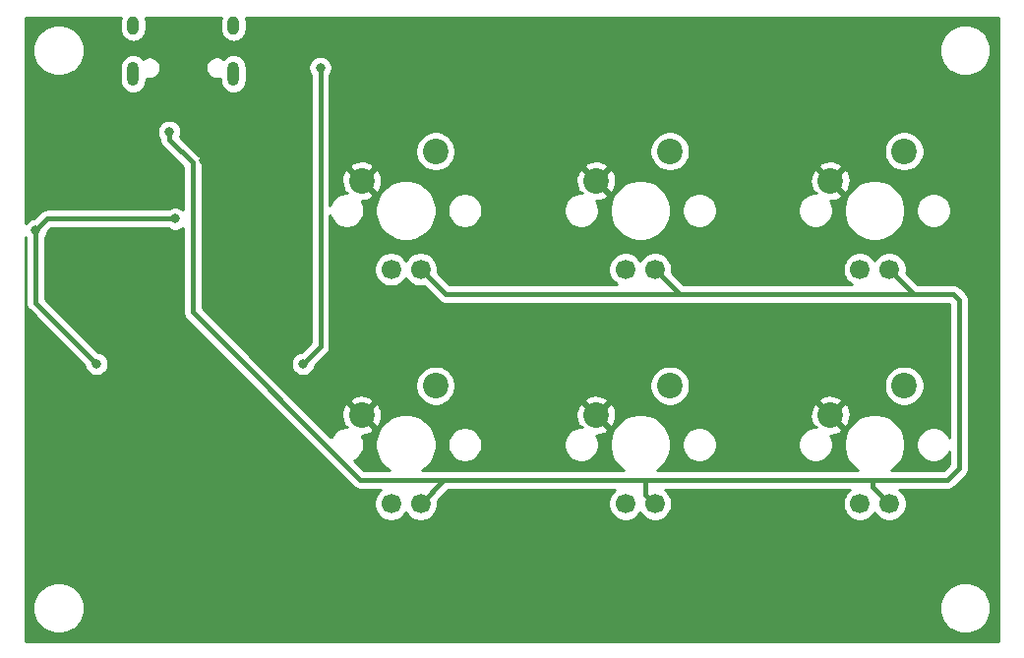
<source format=gbr>
%TF.GenerationSoftware,KiCad,Pcbnew,5.1.10*%
%TF.CreationDate,2021-10-11T19:57:22-04:00*%
%TF.ProjectId,6_key_macro,365f6b65-795f-46d6-9163-726f2e6b6963,rev?*%
%TF.SameCoordinates,Original*%
%TF.FileFunction,Copper,L2,Bot*%
%TF.FilePolarity,Positive*%
%FSLAX46Y46*%
G04 Gerber Fmt 4.6, Leading zero omitted, Abs format (unit mm)*
G04 Created by KiCad (PCBNEW 5.1.10) date 2021-10-11 19:57:22*
%MOMM*%
%LPD*%
G01*
G04 APERTURE LIST*
%TA.AperFunction,ComponentPad*%
%ADD10C,1.690600*%
%TD*%
%TA.AperFunction,ComponentPad*%
%ADD11C,2.200000*%
%TD*%
%TA.AperFunction,ComponentPad*%
%ADD12O,1.000000X2.100000*%
%TD*%
%TA.AperFunction,ComponentPad*%
%ADD13O,1.000000X1.600000*%
%TD*%
%TA.AperFunction,ViaPad*%
%ADD14C,0.800000*%
%TD*%
%TA.AperFunction,ViaPad*%
%ADD15C,1.000000*%
%TD*%
%TA.AperFunction,Conductor*%
%ADD16C,0.400000*%
%TD*%
%TA.AperFunction,Conductor*%
%ADD17C,0.254000*%
%TD*%
%TA.AperFunction,Conductor*%
%ADD18C,0.100000*%
%TD*%
G04 APERTURE END LIST*
D10*
%TO.P,SW4,4*%
%TO.N,VBUS*%
X110805000Y-157525000D03*
%TO.P,SW4,3*%
%TO.N,Net-(R6-Pad1)*%
X108265000Y-157525000D03*
D11*
%TO.P,SW4,2*%
%TO.N,/SW4*%
X112075000Y-147365000D03*
%TO.P,SW4,1*%
%TO.N,GND*%
X105725000Y-149905000D03*
%TD*%
D10*
%TO.P,SW3,4*%
%TO.N,VBUS*%
X110805000Y-137355000D03*
%TO.P,SW3,3*%
%TO.N,Net-(R7-Pad1)*%
X108265000Y-137355000D03*
D11*
%TO.P,SW3,2*%
%TO.N,/SW3*%
X112075000Y-127195000D03*
%TO.P,SW3,1*%
%TO.N,GND*%
X105725000Y-129735000D03*
%TD*%
D10*
%TO.P,SW5,4*%
%TO.N,VBUS*%
X130975000Y-137355000D03*
%TO.P,SW5,3*%
%TO.N,Net-(R8-Pad1)*%
X128435000Y-137355000D03*
D11*
%TO.P,SW5,2*%
%TO.N,/SW5*%
X132245000Y-127195000D03*
%TO.P,SW5,1*%
%TO.N,GND*%
X125895000Y-129735000D03*
%TD*%
D10*
%TO.P,SW6,4*%
%TO.N,VBUS*%
X130975000Y-157525000D03*
%TO.P,SW6,3*%
%TO.N,Net-(R9-Pad1)*%
X128435000Y-157525000D03*
D11*
%TO.P,SW6,2*%
%TO.N,/SW6*%
X132245000Y-147365000D03*
%TO.P,SW6,1*%
%TO.N,GND*%
X125895000Y-149905000D03*
%TD*%
D10*
%TO.P,SW2,4*%
%TO.N,VBUS*%
X90635000Y-157525000D03*
%TO.P,SW2,3*%
%TO.N,Net-(R4-Pad1)*%
X88095000Y-157525000D03*
D11*
%TO.P,SW2,2*%
%TO.N,/SW2*%
X91905000Y-147365000D03*
%TO.P,SW2,1*%
%TO.N,GND*%
X85555000Y-149905000D03*
%TD*%
D10*
%TO.P,SW1,4*%
%TO.N,VBUS*%
X90635000Y-137355000D03*
%TO.P,SW1,3*%
%TO.N,Net-(R5-Pad1)*%
X88095000Y-137355000D03*
D11*
%TO.P,SW1,2*%
%TO.N,/SW1*%
X91905000Y-127195000D03*
%TO.P,SW1,1*%
%TO.N,GND*%
X85555000Y-129735000D03*
%TD*%
D12*
%TO.P,P1,S1*%
%TO.N,Net-(FB1-Pad2)*%
X65880000Y-120530000D03*
X74520000Y-120530000D03*
D13*
X74520000Y-116350000D03*
X65880000Y-116350000D03*
%TD*%
D14*
%TO.N,GND*%
X77500000Y-124000000D03*
X63000000Y-122000000D03*
X73500000Y-134500000D03*
D15*
X73500000Y-124000000D03*
D14*
X72000000Y-128000000D03*
X69500000Y-149000000D03*
X57500000Y-122500000D03*
X62500000Y-128000000D03*
X57250000Y-146749976D03*
X60250000Y-135500000D03*
%TO.N,+3V3*%
X69500000Y-133000000D03*
X62749994Y-145500000D03*
X57499996Y-134000000D03*
%TO.N,VBUS*%
X69000000Y-125500000D03*
%TO.N,/V_LED*%
X82000000Y-120000000D03*
X80500000Y-145500000D03*
%TD*%
D16*
%TO.N,+3V3*%
X62749994Y-145500000D02*
X57499996Y-140250002D01*
X69500000Y-133000000D02*
X58499996Y-133000000D01*
X58499996Y-133000000D02*
X57499996Y-134000000D01*
X57499996Y-140250002D02*
X57499996Y-134000000D01*
%TO.N,VBUS*%
X92780000Y-139500000D02*
X90635000Y-137355000D01*
X137000000Y-140000000D02*
X136500000Y-139500000D01*
X137000000Y-154500000D02*
X137000000Y-140000000D01*
X136000000Y-155500000D02*
X137000000Y-154500000D01*
X90635000Y-157525000D02*
X92660000Y-155500000D01*
X110805000Y-137355000D02*
X112950000Y-139500000D01*
X112950000Y-139500000D02*
X113000000Y-139500000D01*
X113000000Y-139500000D02*
X92780000Y-139500000D01*
X133120000Y-139500000D02*
X134000000Y-139500000D01*
X130975000Y-137355000D02*
X133120000Y-139500000D01*
X134000000Y-139500000D02*
X113000000Y-139500000D01*
X136500000Y-139500000D02*
X134000000Y-139500000D01*
X129500000Y-155500000D02*
X129500000Y-156050000D01*
X129500000Y-156050000D02*
X130975000Y-157525000D01*
X129500000Y-155500000D02*
X136000000Y-155500000D01*
X110000000Y-155500000D02*
X110000000Y-156720000D01*
X110000000Y-156720000D02*
X110805000Y-157525000D01*
X110000000Y-155500000D02*
X129500000Y-155500000D01*
X92660000Y-155500000D02*
X93000000Y-155500000D01*
X93000000Y-155500000D02*
X110000000Y-155500000D01*
X85452998Y-155500000D02*
X93000000Y-155500000D01*
X71000000Y-128184002D02*
X71000000Y-141047002D01*
X69000000Y-126184002D02*
X71000000Y-128184002D01*
X71000000Y-141047002D02*
X85452998Y-155500000D01*
X69000000Y-125500000D02*
X69000000Y-126184002D01*
%TO.N,/V_LED*%
X82000000Y-120000000D02*
X82000000Y-144000000D01*
X82000000Y-144000000D02*
X80500000Y-145500000D01*
%TD*%
D17*
%TO.N,GND*%
X64761423Y-115827501D02*
X64745000Y-115994248D01*
X64745000Y-116705751D01*
X64761423Y-116872498D01*
X64826324Y-117086446D01*
X64931716Y-117283623D01*
X65073551Y-117456449D01*
X65246377Y-117598284D01*
X65443553Y-117703676D01*
X65657501Y-117768577D01*
X65880000Y-117790491D01*
X66102498Y-117768577D01*
X66316446Y-117703676D01*
X66513623Y-117598284D01*
X66686449Y-117456449D01*
X66828284Y-117283623D01*
X66933676Y-117086447D01*
X66998577Y-116872499D01*
X67015000Y-116705752D01*
X67015000Y-115994249D01*
X66998577Y-115827502D01*
X66947765Y-115660000D01*
X73452234Y-115660000D01*
X73401423Y-115827501D01*
X73385000Y-115994248D01*
X73385000Y-116705751D01*
X73401423Y-116872498D01*
X73466324Y-117086446D01*
X73571716Y-117283623D01*
X73713551Y-117456449D01*
X73886377Y-117598284D01*
X74083553Y-117703676D01*
X74297501Y-117768577D01*
X74520000Y-117790491D01*
X74742498Y-117768577D01*
X74956446Y-117703676D01*
X75153623Y-117598284D01*
X75326449Y-117456449D01*
X75468284Y-117283623D01*
X75573676Y-117086447D01*
X75638577Y-116872499D01*
X75655000Y-116705752D01*
X75655000Y-115994249D01*
X75638577Y-115827502D01*
X75587765Y-115660000D01*
X140340000Y-115660000D01*
X140340001Y-169340000D01*
X56660000Y-169340000D01*
X56660000Y-166279872D01*
X57265000Y-166279872D01*
X57265000Y-166720128D01*
X57350890Y-167151925D01*
X57519369Y-167558669D01*
X57763962Y-167924729D01*
X58075271Y-168236038D01*
X58441331Y-168480631D01*
X58848075Y-168649110D01*
X59279872Y-168735000D01*
X59720128Y-168735000D01*
X60151925Y-168649110D01*
X60558669Y-168480631D01*
X60924729Y-168236038D01*
X61236038Y-167924729D01*
X61480631Y-167558669D01*
X61649110Y-167151925D01*
X61735000Y-166720128D01*
X61735000Y-166279872D01*
X135265000Y-166279872D01*
X135265000Y-166720128D01*
X135350890Y-167151925D01*
X135519369Y-167558669D01*
X135763962Y-167924729D01*
X136075271Y-168236038D01*
X136441331Y-168480631D01*
X136848075Y-168649110D01*
X137279872Y-168735000D01*
X137720128Y-168735000D01*
X138151925Y-168649110D01*
X138558669Y-168480631D01*
X138924729Y-168236038D01*
X139236038Y-167924729D01*
X139480631Y-167558669D01*
X139649110Y-167151925D01*
X139735000Y-166720128D01*
X139735000Y-166279872D01*
X139649110Y-165848075D01*
X139480631Y-165441331D01*
X139236038Y-165075271D01*
X138924729Y-164763962D01*
X138558669Y-164519369D01*
X138151925Y-164350890D01*
X137720128Y-164265000D01*
X137279872Y-164265000D01*
X136848075Y-164350890D01*
X136441331Y-164519369D01*
X136075271Y-164763962D01*
X135763962Y-165075271D01*
X135519369Y-165441331D01*
X135350890Y-165848075D01*
X135265000Y-166279872D01*
X61735000Y-166279872D01*
X61649110Y-165848075D01*
X61480631Y-165441331D01*
X61236038Y-165075271D01*
X60924729Y-164763962D01*
X60558669Y-164519369D01*
X60151925Y-164350890D01*
X59720128Y-164265000D01*
X59279872Y-164265000D01*
X58848075Y-164350890D01*
X58441331Y-164519369D01*
X58075271Y-164763962D01*
X57763962Y-165075271D01*
X57519369Y-165441331D01*
X57350890Y-165848075D01*
X57265000Y-166279872D01*
X56660000Y-166279872D01*
X56660000Y-134605808D01*
X56664997Y-134613286D01*
X56664996Y-140208983D01*
X56660956Y-140250002D01*
X56664996Y-140291020D01*
X56677078Y-140413690D01*
X56724824Y-140571088D01*
X56802360Y-140716147D01*
X56906705Y-140843293D01*
X56938575Y-140869448D01*
X61725902Y-145656775D01*
X61754768Y-145801898D01*
X61832789Y-145990256D01*
X61946057Y-146159774D01*
X62090220Y-146303937D01*
X62259738Y-146417205D01*
X62448096Y-146495226D01*
X62648055Y-146535000D01*
X62851933Y-146535000D01*
X63051892Y-146495226D01*
X63240250Y-146417205D01*
X63409768Y-146303937D01*
X63553931Y-146159774D01*
X63667199Y-145990256D01*
X63745220Y-145801898D01*
X63784994Y-145601939D01*
X63784994Y-145398061D01*
X63745220Y-145198102D01*
X63667199Y-145009744D01*
X63553931Y-144840226D01*
X63409768Y-144696063D01*
X63240250Y-144582795D01*
X63051892Y-144504774D01*
X62906769Y-144475908D01*
X58334996Y-139904135D01*
X58334996Y-134613285D01*
X58417201Y-134490256D01*
X58495222Y-134301898D01*
X58524088Y-134156775D01*
X58845864Y-133835000D01*
X68886715Y-133835000D01*
X69009744Y-133917205D01*
X69198102Y-133995226D01*
X69398061Y-134035000D01*
X69601939Y-134035000D01*
X69801898Y-133995226D01*
X69990256Y-133917205D01*
X70159774Y-133803937D01*
X70165000Y-133798711D01*
X70165001Y-141005973D01*
X70160960Y-141047002D01*
X70177082Y-141210690D01*
X70224828Y-141368088D01*
X70224829Y-141368089D01*
X70302365Y-141513148D01*
X70406710Y-141640293D01*
X70438574Y-141666443D01*
X84833559Y-156061430D01*
X84859707Y-156093291D01*
X84986852Y-156197636D01*
X85131911Y-156275172D01*
X85289309Y-156322918D01*
X85411979Y-156335000D01*
X85411980Y-156335000D01*
X85452998Y-156339040D01*
X85494016Y-156335000D01*
X87211491Y-156335000D01*
X87151363Y-156375176D01*
X86945176Y-156581363D01*
X86783175Y-156823815D01*
X86671587Y-157093212D01*
X86614700Y-157379203D01*
X86614700Y-157670797D01*
X86671587Y-157956788D01*
X86783175Y-158226185D01*
X86945176Y-158468637D01*
X87151363Y-158674824D01*
X87393815Y-158836825D01*
X87663212Y-158948413D01*
X87949203Y-159005300D01*
X88240797Y-159005300D01*
X88526788Y-158948413D01*
X88796185Y-158836825D01*
X89038637Y-158674824D01*
X89244824Y-158468637D01*
X89365000Y-158288781D01*
X89485176Y-158468637D01*
X89691363Y-158674824D01*
X89933815Y-158836825D01*
X90203212Y-158948413D01*
X90489203Y-159005300D01*
X90780797Y-159005300D01*
X91066788Y-158948413D01*
X91336185Y-158836825D01*
X91578637Y-158674824D01*
X91784824Y-158468637D01*
X91946825Y-158226185D01*
X92058413Y-157956788D01*
X92115300Y-157670797D01*
X92115300Y-157379203D01*
X92089810Y-157251057D01*
X93005868Y-156335000D01*
X107381491Y-156335000D01*
X107321363Y-156375176D01*
X107115176Y-156581363D01*
X106953175Y-156823815D01*
X106841587Y-157093212D01*
X106784700Y-157379203D01*
X106784700Y-157670797D01*
X106841587Y-157956788D01*
X106953175Y-158226185D01*
X107115176Y-158468637D01*
X107321363Y-158674824D01*
X107563815Y-158836825D01*
X107833212Y-158948413D01*
X108119203Y-159005300D01*
X108410797Y-159005300D01*
X108696788Y-158948413D01*
X108966185Y-158836825D01*
X109208637Y-158674824D01*
X109414824Y-158468637D01*
X109535000Y-158288781D01*
X109655176Y-158468637D01*
X109861363Y-158674824D01*
X110103815Y-158836825D01*
X110373212Y-158948413D01*
X110659203Y-159005300D01*
X110950797Y-159005300D01*
X111236788Y-158948413D01*
X111506185Y-158836825D01*
X111748637Y-158674824D01*
X111954824Y-158468637D01*
X112116825Y-158226185D01*
X112228413Y-157956788D01*
X112285300Y-157670797D01*
X112285300Y-157379203D01*
X112228413Y-157093212D01*
X112116825Y-156823815D01*
X111954824Y-156581363D01*
X111748637Y-156375176D01*
X111688509Y-156335000D01*
X127551491Y-156335000D01*
X127491363Y-156375176D01*
X127285176Y-156581363D01*
X127123175Y-156823815D01*
X127011587Y-157093212D01*
X126954700Y-157379203D01*
X126954700Y-157670797D01*
X127011587Y-157956788D01*
X127123175Y-158226185D01*
X127285176Y-158468637D01*
X127491363Y-158674824D01*
X127733815Y-158836825D01*
X128003212Y-158948413D01*
X128289203Y-159005300D01*
X128580797Y-159005300D01*
X128866788Y-158948413D01*
X129136185Y-158836825D01*
X129378637Y-158674824D01*
X129584824Y-158468637D01*
X129705000Y-158288781D01*
X129825176Y-158468637D01*
X130031363Y-158674824D01*
X130273815Y-158836825D01*
X130543212Y-158948413D01*
X130829203Y-159005300D01*
X131120797Y-159005300D01*
X131406788Y-158948413D01*
X131676185Y-158836825D01*
X131918637Y-158674824D01*
X132124824Y-158468637D01*
X132286825Y-158226185D01*
X132398413Y-157956788D01*
X132455300Y-157670797D01*
X132455300Y-157379203D01*
X132398413Y-157093212D01*
X132286825Y-156823815D01*
X132124824Y-156581363D01*
X131918637Y-156375176D01*
X131858509Y-156335000D01*
X135958982Y-156335000D01*
X136000000Y-156339040D01*
X136041018Y-156335000D01*
X136041019Y-156335000D01*
X136163689Y-156322918D01*
X136321087Y-156275172D01*
X136466146Y-156197636D01*
X136593291Y-156093291D01*
X136619445Y-156061422D01*
X137561433Y-155119436D01*
X137593291Y-155093291D01*
X137697636Y-154966146D01*
X137775172Y-154821087D01*
X137822918Y-154663689D01*
X137835000Y-154541019D01*
X137835000Y-154541018D01*
X137839040Y-154500000D01*
X137835000Y-154458982D01*
X137835000Y-140041018D01*
X137839040Y-140000000D01*
X137822918Y-139836312D01*
X137818300Y-139821086D01*
X137775172Y-139678913D01*
X137697636Y-139533854D01*
X137593291Y-139406709D01*
X137561426Y-139380558D01*
X137119445Y-138938578D01*
X137093291Y-138906709D01*
X136966146Y-138802364D01*
X136821087Y-138724828D01*
X136663689Y-138677082D01*
X136541019Y-138665000D01*
X136541018Y-138665000D01*
X136500000Y-138660960D01*
X136458982Y-138665000D01*
X133465868Y-138665000D01*
X132429810Y-137628943D01*
X132455300Y-137500797D01*
X132455300Y-137209203D01*
X132398413Y-136923212D01*
X132286825Y-136653815D01*
X132124824Y-136411363D01*
X131918637Y-136205176D01*
X131676185Y-136043175D01*
X131406788Y-135931587D01*
X131120797Y-135874700D01*
X130829203Y-135874700D01*
X130543212Y-135931587D01*
X130273815Y-136043175D01*
X130031363Y-136205176D01*
X129825176Y-136411363D01*
X129705000Y-136591219D01*
X129584824Y-136411363D01*
X129378637Y-136205176D01*
X129136185Y-136043175D01*
X128866788Y-135931587D01*
X128580797Y-135874700D01*
X128289203Y-135874700D01*
X128003212Y-135931587D01*
X127733815Y-136043175D01*
X127491363Y-136205176D01*
X127285176Y-136411363D01*
X127123175Y-136653815D01*
X127011587Y-136923212D01*
X126954700Y-137209203D01*
X126954700Y-137500797D01*
X127011587Y-137786788D01*
X127123175Y-138056185D01*
X127285176Y-138298637D01*
X127491363Y-138504824D01*
X127731084Y-138665000D01*
X113295868Y-138665000D01*
X112259810Y-137628943D01*
X112285300Y-137500797D01*
X112285300Y-137209203D01*
X112228413Y-136923212D01*
X112116825Y-136653815D01*
X111954824Y-136411363D01*
X111748637Y-136205176D01*
X111506185Y-136043175D01*
X111236788Y-135931587D01*
X110950797Y-135874700D01*
X110659203Y-135874700D01*
X110373212Y-135931587D01*
X110103815Y-136043175D01*
X109861363Y-136205176D01*
X109655176Y-136411363D01*
X109535000Y-136591219D01*
X109414824Y-136411363D01*
X109208637Y-136205176D01*
X108966185Y-136043175D01*
X108696788Y-135931587D01*
X108410797Y-135874700D01*
X108119203Y-135874700D01*
X107833212Y-135931587D01*
X107563815Y-136043175D01*
X107321363Y-136205176D01*
X107115176Y-136411363D01*
X106953175Y-136653815D01*
X106841587Y-136923212D01*
X106784700Y-137209203D01*
X106784700Y-137500797D01*
X106841587Y-137786788D01*
X106953175Y-138056185D01*
X107115176Y-138298637D01*
X107321363Y-138504824D01*
X107561084Y-138665000D01*
X93125868Y-138665000D01*
X92089810Y-137628943D01*
X92115300Y-137500797D01*
X92115300Y-137209203D01*
X92058413Y-136923212D01*
X91946825Y-136653815D01*
X91784824Y-136411363D01*
X91578637Y-136205176D01*
X91336185Y-136043175D01*
X91066788Y-135931587D01*
X90780797Y-135874700D01*
X90489203Y-135874700D01*
X90203212Y-135931587D01*
X89933815Y-136043175D01*
X89691363Y-136205176D01*
X89485176Y-136411363D01*
X89365000Y-136591219D01*
X89244824Y-136411363D01*
X89038637Y-136205176D01*
X88796185Y-136043175D01*
X88526788Y-135931587D01*
X88240797Y-135874700D01*
X87949203Y-135874700D01*
X87663212Y-135931587D01*
X87393815Y-136043175D01*
X87151363Y-136205176D01*
X86945176Y-136411363D01*
X86783175Y-136653815D01*
X86671587Y-136923212D01*
X86614700Y-137209203D01*
X86614700Y-137500797D01*
X86671587Y-137786788D01*
X86783175Y-138056185D01*
X86945176Y-138298637D01*
X87151363Y-138504824D01*
X87393815Y-138666825D01*
X87663212Y-138778413D01*
X87949203Y-138835300D01*
X88240797Y-138835300D01*
X88526788Y-138778413D01*
X88796185Y-138666825D01*
X89038637Y-138504824D01*
X89244824Y-138298637D01*
X89365000Y-138118781D01*
X89485176Y-138298637D01*
X89691363Y-138504824D01*
X89933815Y-138666825D01*
X90203212Y-138778413D01*
X90489203Y-138835300D01*
X90780797Y-138835300D01*
X90908943Y-138809810D01*
X92160559Y-140061427D01*
X92186709Y-140093291D01*
X92272488Y-140163688D01*
X92313854Y-140197636D01*
X92458913Y-140275172D01*
X92616311Y-140322918D01*
X92779999Y-140339040D01*
X92821018Y-140335000D01*
X112908981Y-140335000D01*
X112949999Y-140339040D01*
X112991018Y-140335000D01*
X133078981Y-140335000D01*
X133119999Y-140339040D01*
X133161018Y-140335000D01*
X136154133Y-140335000D01*
X136165001Y-140345868D01*
X136165000Y-151830797D01*
X136123144Y-151729747D01*
X135957893Y-151482431D01*
X135747569Y-151272107D01*
X135500253Y-151106856D01*
X135225451Y-150993029D01*
X134933722Y-150935000D01*
X134636278Y-150935000D01*
X134344549Y-150993029D01*
X134069747Y-151106856D01*
X133822431Y-151272107D01*
X133612107Y-151482431D01*
X133446856Y-151729747D01*
X133333029Y-152004549D01*
X133275000Y-152296278D01*
X133275000Y-152593722D01*
X133333029Y-152885451D01*
X133446856Y-153160253D01*
X133612107Y-153407569D01*
X133822431Y-153617893D01*
X134069747Y-153783144D01*
X134344549Y-153896971D01*
X134636278Y-153955000D01*
X134933722Y-153955000D01*
X135225451Y-153896971D01*
X135500253Y-153783144D01*
X135747569Y-153617893D01*
X135957893Y-153407569D01*
X136123144Y-153160253D01*
X136165000Y-153059204D01*
X136165000Y-154154131D01*
X135654132Y-154665000D01*
X131125411Y-154665000D01*
X131384715Y-154491738D01*
X131751738Y-154124715D01*
X132040107Y-153693141D01*
X132238739Y-153213601D01*
X132340000Y-152704525D01*
X132340000Y-152185475D01*
X132238739Y-151676399D01*
X132040107Y-151196859D01*
X131751738Y-150765285D01*
X131384715Y-150398262D01*
X130953141Y-150109893D01*
X130473601Y-149911261D01*
X129964525Y-149810000D01*
X129445475Y-149810000D01*
X128936399Y-149911261D01*
X128456859Y-150109893D01*
X128025285Y-150398262D01*
X127658262Y-150765285D01*
X127369893Y-151196859D01*
X127171261Y-151676399D01*
X127070000Y-152185475D01*
X127070000Y-152704525D01*
X127171261Y-153213601D01*
X127369893Y-153693141D01*
X127658262Y-154124715D01*
X128025285Y-154491738D01*
X128284589Y-154665000D01*
X110955411Y-154665000D01*
X111214715Y-154491738D01*
X111581738Y-154124715D01*
X111870107Y-153693141D01*
X112068739Y-153213601D01*
X112170000Y-152704525D01*
X112170000Y-152296278D01*
X113105000Y-152296278D01*
X113105000Y-152593722D01*
X113163029Y-152885451D01*
X113276856Y-153160253D01*
X113442107Y-153407569D01*
X113652431Y-153617893D01*
X113899747Y-153783144D01*
X114174549Y-153896971D01*
X114466278Y-153955000D01*
X114763722Y-153955000D01*
X115055451Y-153896971D01*
X115330253Y-153783144D01*
X115577569Y-153617893D01*
X115787893Y-153407569D01*
X115953144Y-153160253D01*
X116066971Y-152885451D01*
X116125000Y-152593722D01*
X116125000Y-152296278D01*
X123115000Y-152296278D01*
X123115000Y-152593722D01*
X123173029Y-152885451D01*
X123286856Y-153160253D01*
X123452107Y-153407569D01*
X123662431Y-153617893D01*
X123909747Y-153783144D01*
X124184549Y-153896971D01*
X124476278Y-153955000D01*
X124773722Y-153955000D01*
X125065451Y-153896971D01*
X125340253Y-153783144D01*
X125587569Y-153617893D01*
X125797893Y-153407569D01*
X125963144Y-153160253D01*
X126076971Y-152885451D01*
X126135000Y-152593722D01*
X126135000Y-152296278D01*
X126076971Y-152004549D01*
X125963144Y-151729747D01*
X125906074Y-151644335D01*
X125953639Y-151647409D01*
X126292439Y-151602489D01*
X126615966Y-151492336D01*
X126814274Y-151386338D01*
X126922107Y-151111712D01*
X125895000Y-150084605D01*
X125880858Y-150098748D01*
X125701253Y-149919143D01*
X125715395Y-149905000D01*
X126074605Y-149905000D01*
X127101712Y-150932107D01*
X127376338Y-150824274D01*
X127527216Y-150517616D01*
X127615369Y-150187415D01*
X127637409Y-149846361D01*
X127592489Y-149507561D01*
X127482336Y-149184034D01*
X127376338Y-148985726D01*
X127101712Y-148877893D01*
X126074605Y-149905000D01*
X125715395Y-149905000D01*
X124688288Y-148877893D01*
X124413662Y-148985726D01*
X124262784Y-149292384D01*
X124174631Y-149622585D01*
X124152591Y-149963639D01*
X124197511Y-150302439D01*
X124307664Y-150625966D01*
X124413662Y-150824274D01*
X124688286Y-150932106D01*
X124685392Y-150935000D01*
X124476278Y-150935000D01*
X124184549Y-150993029D01*
X123909747Y-151106856D01*
X123662431Y-151272107D01*
X123452107Y-151482431D01*
X123286856Y-151729747D01*
X123173029Y-152004549D01*
X123115000Y-152296278D01*
X116125000Y-152296278D01*
X116066971Y-152004549D01*
X115953144Y-151729747D01*
X115787893Y-151482431D01*
X115577569Y-151272107D01*
X115330253Y-151106856D01*
X115055451Y-150993029D01*
X114763722Y-150935000D01*
X114466278Y-150935000D01*
X114174549Y-150993029D01*
X113899747Y-151106856D01*
X113652431Y-151272107D01*
X113442107Y-151482431D01*
X113276856Y-151729747D01*
X113163029Y-152004549D01*
X113105000Y-152296278D01*
X112170000Y-152296278D01*
X112170000Y-152185475D01*
X112068739Y-151676399D01*
X111870107Y-151196859D01*
X111581738Y-150765285D01*
X111214715Y-150398262D01*
X110783141Y-150109893D01*
X110303601Y-149911261D01*
X109794525Y-149810000D01*
X109275475Y-149810000D01*
X108766399Y-149911261D01*
X108286859Y-150109893D01*
X107855285Y-150398262D01*
X107488262Y-150765285D01*
X107199893Y-151196859D01*
X107001261Y-151676399D01*
X106900000Y-152185475D01*
X106900000Y-152704525D01*
X107001261Y-153213601D01*
X107199893Y-153693141D01*
X107488262Y-154124715D01*
X107855285Y-154491738D01*
X108114589Y-154665000D01*
X92701007Y-154665000D01*
X92659999Y-154660961D01*
X92618991Y-154665000D01*
X90785411Y-154665000D01*
X91044715Y-154491738D01*
X91411738Y-154124715D01*
X91700107Y-153693141D01*
X91898739Y-153213601D01*
X92000000Y-152704525D01*
X92000000Y-152296278D01*
X92935000Y-152296278D01*
X92935000Y-152593722D01*
X92993029Y-152885451D01*
X93106856Y-153160253D01*
X93272107Y-153407569D01*
X93482431Y-153617893D01*
X93729747Y-153783144D01*
X94004549Y-153896971D01*
X94296278Y-153955000D01*
X94593722Y-153955000D01*
X94885451Y-153896971D01*
X95160253Y-153783144D01*
X95407569Y-153617893D01*
X95617893Y-153407569D01*
X95783144Y-153160253D01*
X95896971Y-152885451D01*
X95955000Y-152593722D01*
X95955000Y-152296278D01*
X102945000Y-152296278D01*
X102945000Y-152593722D01*
X103003029Y-152885451D01*
X103116856Y-153160253D01*
X103282107Y-153407569D01*
X103492431Y-153617893D01*
X103739747Y-153783144D01*
X104014549Y-153896971D01*
X104306278Y-153955000D01*
X104603722Y-153955000D01*
X104895451Y-153896971D01*
X105170253Y-153783144D01*
X105417569Y-153617893D01*
X105627893Y-153407569D01*
X105793144Y-153160253D01*
X105906971Y-152885451D01*
X105965000Y-152593722D01*
X105965000Y-152296278D01*
X105906971Y-152004549D01*
X105793144Y-151729747D01*
X105736074Y-151644335D01*
X105783639Y-151647409D01*
X106122439Y-151602489D01*
X106445966Y-151492336D01*
X106644274Y-151386338D01*
X106752107Y-151111712D01*
X105725000Y-150084605D01*
X105710858Y-150098748D01*
X105531253Y-149919143D01*
X105545395Y-149905000D01*
X105904605Y-149905000D01*
X106931712Y-150932107D01*
X107206338Y-150824274D01*
X107357216Y-150517616D01*
X107445369Y-150187415D01*
X107467409Y-149846361D01*
X107422489Y-149507561D01*
X107312336Y-149184034D01*
X107206338Y-148985726D01*
X106931712Y-148877893D01*
X105904605Y-149905000D01*
X105545395Y-149905000D01*
X104518288Y-148877893D01*
X104243662Y-148985726D01*
X104092784Y-149292384D01*
X104004631Y-149622585D01*
X103982591Y-149963639D01*
X104027511Y-150302439D01*
X104137664Y-150625966D01*
X104243662Y-150824274D01*
X104518286Y-150932106D01*
X104515392Y-150935000D01*
X104306278Y-150935000D01*
X104014549Y-150993029D01*
X103739747Y-151106856D01*
X103492431Y-151272107D01*
X103282107Y-151482431D01*
X103116856Y-151729747D01*
X103003029Y-152004549D01*
X102945000Y-152296278D01*
X95955000Y-152296278D01*
X95896971Y-152004549D01*
X95783144Y-151729747D01*
X95617893Y-151482431D01*
X95407569Y-151272107D01*
X95160253Y-151106856D01*
X94885451Y-150993029D01*
X94593722Y-150935000D01*
X94296278Y-150935000D01*
X94004549Y-150993029D01*
X93729747Y-151106856D01*
X93482431Y-151272107D01*
X93272107Y-151482431D01*
X93106856Y-151729747D01*
X92993029Y-152004549D01*
X92935000Y-152296278D01*
X92000000Y-152296278D01*
X92000000Y-152185475D01*
X91898739Y-151676399D01*
X91700107Y-151196859D01*
X91411738Y-150765285D01*
X91044715Y-150398262D01*
X90613141Y-150109893D01*
X90133601Y-149911261D01*
X89624525Y-149810000D01*
X89105475Y-149810000D01*
X88596399Y-149911261D01*
X88116859Y-150109893D01*
X87685285Y-150398262D01*
X87318262Y-150765285D01*
X87029893Y-151196859D01*
X86831261Y-151676399D01*
X86730000Y-152185475D01*
X86730000Y-152704525D01*
X86831261Y-153213601D01*
X87029893Y-153693141D01*
X87318262Y-154124715D01*
X87685285Y-154491738D01*
X87944589Y-154665000D01*
X85798867Y-154665000D01*
X84941392Y-153807525D01*
X85000253Y-153783144D01*
X85247569Y-153617893D01*
X85457893Y-153407569D01*
X85623144Y-153160253D01*
X85736971Y-152885451D01*
X85795000Y-152593722D01*
X85795000Y-152296278D01*
X85736971Y-152004549D01*
X85623144Y-151729747D01*
X85566074Y-151644335D01*
X85613639Y-151647409D01*
X85952439Y-151602489D01*
X86275966Y-151492336D01*
X86474274Y-151386338D01*
X86582107Y-151111712D01*
X85555000Y-150084605D01*
X85540858Y-150098748D01*
X85361253Y-149919143D01*
X85375395Y-149905000D01*
X85734605Y-149905000D01*
X86761712Y-150932107D01*
X87036338Y-150824274D01*
X87187216Y-150517616D01*
X87275369Y-150187415D01*
X87297409Y-149846361D01*
X87252489Y-149507561D01*
X87142336Y-149184034D01*
X87036338Y-148985726D01*
X86761712Y-148877893D01*
X85734605Y-149905000D01*
X85375395Y-149905000D01*
X84348288Y-148877893D01*
X84073662Y-148985726D01*
X83922784Y-149292384D01*
X83834631Y-149622585D01*
X83812591Y-149963639D01*
X83857511Y-150302439D01*
X83967664Y-150625966D01*
X84073662Y-150824274D01*
X84348286Y-150932106D01*
X84345392Y-150935000D01*
X84136278Y-150935000D01*
X83844549Y-150993029D01*
X83569747Y-151106856D01*
X83322431Y-151272107D01*
X83112107Y-151482431D01*
X82946856Y-151729747D01*
X82922475Y-151788608D01*
X79832155Y-148698288D01*
X84527893Y-148698288D01*
X85555000Y-149725395D01*
X86582107Y-148698288D01*
X86474274Y-148423662D01*
X86167616Y-148272784D01*
X85837415Y-148184631D01*
X85496361Y-148162591D01*
X85157561Y-148207511D01*
X84834034Y-148317664D01*
X84635726Y-148423662D01*
X84527893Y-148698288D01*
X79832155Y-148698288D01*
X78327984Y-147194117D01*
X90170000Y-147194117D01*
X90170000Y-147535883D01*
X90236675Y-147871081D01*
X90367463Y-148186831D01*
X90557337Y-148470998D01*
X90799002Y-148712663D01*
X91083169Y-148902537D01*
X91398919Y-149033325D01*
X91734117Y-149100000D01*
X92075883Y-149100000D01*
X92411081Y-149033325D01*
X92726831Y-148902537D01*
X93010998Y-148712663D01*
X93025373Y-148698288D01*
X104697893Y-148698288D01*
X105725000Y-149725395D01*
X106752107Y-148698288D01*
X106644274Y-148423662D01*
X106337616Y-148272784D01*
X106007415Y-148184631D01*
X105666361Y-148162591D01*
X105327561Y-148207511D01*
X105004034Y-148317664D01*
X104805726Y-148423662D01*
X104697893Y-148698288D01*
X93025373Y-148698288D01*
X93252663Y-148470998D01*
X93442537Y-148186831D01*
X93573325Y-147871081D01*
X93640000Y-147535883D01*
X93640000Y-147194117D01*
X110340000Y-147194117D01*
X110340000Y-147535883D01*
X110406675Y-147871081D01*
X110537463Y-148186831D01*
X110727337Y-148470998D01*
X110969002Y-148712663D01*
X111253169Y-148902537D01*
X111568919Y-149033325D01*
X111904117Y-149100000D01*
X112245883Y-149100000D01*
X112581081Y-149033325D01*
X112896831Y-148902537D01*
X113180998Y-148712663D01*
X113195373Y-148698288D01*
X124867893Y-148698288D01*
X125895000Y-149725395D01*
X126922107Y-148698288D01*
X126814274Y-148423662D01*
X126507616Y-148272784D01*
X126177415Y-148184631D01*
X125836361Y-148162591D01*
X125497561Y-148207511D01*
X125174034Y-148317664D01*
X124975726Y-148423662D01*
X124867893Y-148698288D01*
X113195373Y-148698288D01*
X113422663Y-148470998D01*
X113612537Y-148186831D01*
X113743325Y-147871081D01*
X113810000Y-147535883D01*
X113810000Y-147194117D01*
X130510000Y-147194117D01*
X130510000Y-147535883D01*
X130576675Y-147871081D01*
X130707463Y-148186831D01*
X130897337Y-148470998D01*
X131139002Y-148712663D01*
X131423169Y-148902537D01*
X131738919Y-149033325D01*
X132074117Y-149100000D01*
X132415883Y-149100000D01*
X132751081Y-149033325D01*
X133066831Y-148902537D01*
X133350998Y-148712663D01*
X133592663Y-148470998D01*
X133782537Y-148186831D01*
X133913325Y-147871081D01*
X133980000Y-147535883D01*
X133980000Y-147194117D01*
X133913325Y-146858919D01*
X133782537Y-146543169D01*
X133592663Y-146259002D01*
X133350998Y-146017337D01*
X133066831Y-145827463D01*
X132751081Y-145696675D01*
X132415883Y-145630000D01*
X132074117Y-145630000D01*
X131738919Y-145696675D01*
X131423169Y-145827463D01*
X131139002Y-146017337D01*
X130897337Y-146259002D01*
X130707463Y-146543169D01*
X130576675Y-146858919D01*
X130510000Y-147194117D01*
X113810000Y-147194117D01*
X113743325Y-146858919D01*
X113612537Y-146543169D01*
X113422663Y-146259002D01*
X113180998Y-146017337D01*
X112896831Y-145827463D01*
X112581081Y-145696675D01*
X112245883Y-145630000D01*
X111904117Y-145630000D01*
X111568919Y-145696675D01*
X111253169Y-145827463D01*
X110969002Y-146017337D01*
X110727337Y-146259002D01*
X110537463Y-146543169D01*
X110406675Y-146858919D01*
X110340000Y-147194117D01*
X93640000Y-147194117D01*
X93573325Y-146858919D01*
X93442537Y-146543169D01*
X93252663Y-146259002D01*
X93010998Y-146017337D01*
X92726831Y-145827463D01*
X92411081Y-145696675D01*
X92075883Y-145630000D01*
X91734117Y-145630000D01*
X91398919Y-145696675D01*
X91083169Y-145827463D01*
X90799002Y-146017337D01*
X90557337Y-146259002D01*
X90367463Y-146543169D01*
X90236675Y-146858919D01*
X90170000Y-147194117D01*
X78327984Y-147194117D01*
X76531927Y-145398061D01*
X79465000Y-145398061D01*
X79465000Y-145601939D01*
X79504774Y-145801898D01*
X79582795Y-145990256D01*
X79696063Y-146159774D01*
X79840226Y-146303937D01*
X80009744Y-146417205D01*
X80198102Y-146495226D01*
X80398061Y-146535000D01*
X80601939Y-146535000D01*
X80801898Y-146495226D01*
X80990256Y-146417205D01*
X81159774Y-146303937D01*
X81303937Y-146159774D01*
X81417205Y-145990256D01*
X81495226Y-145801898D01*
X81524093Y-145656775D01*
X82561426Y-144619441D01*
X82593291Y-144593291D01*
X82697636Y-144466146D01*
X82775172Y-144321087D01*
X82822918Y-144163689D01*
X82835000Y-144041019D01*
X82835000Y-144041009D01*
X82839039Y-144000001D01*
X82835000Y-143958993D01*
X82835000Y-132720209D01*
X82946856Y-132990253D01*
X83112107Y-133237569D01*
X83322431Y-133447893D01*
X83569747Y-133613144D01*
X83844549Y-133726971D01*
X84136278Y-133785000D01*
X84433722Y-133785000D01*
X84725451Y-133726971D01*
X85000253Y-133613144D01*
X85247569Y-133447893D01*
X85457893Y-133237569D01*
X85623144Y-132990253D01*
X85736971Y-132715451D01*
X85795000Y-132423722D01*
X85795000Y-132126278D01*
X85772960Y-132015475D01*
X86730000Y-132015475D01*
X86730000Y-132534525D01*
X86831261Y-133043601D01*
X87029893Y-133523141D01*
X87318262Y-133954715D01*
X87685285Y-134321738D01*
X88116859Y-134610107D01*
X88596399Y-134808739D01*
X89105475Y-134910000D01*
X89624525Y-134910000D01*
X90133601Y-134808739D01*
X90613141Y-134610107D01*
X91044715Y-134321738D01*
X91411738Y-133954715D01*
X91700107Y-133523141D01*
X91898739Y-133043601D01*
X92000000Y-132534525D01*
X92000000Y-132126278D01*
X92935000Y-132126278D01*
X92935000Y-132423722D01*
X92993029Y-132715451D01*
X93106856Y-132990253D01*
X93272107Y-133237569D01*
X93482431Y-133447893D01*
X93729747Y-133613144D01*
X94004549Y-133726971D01*
X94296278Y-133785000D01*
X94593722Y-133785000D01*
X94885451Y-133726971D01*
X95160253Y-133613144D01*
X95407569Y-133447893D01*
X95617893Y-133237569D01*
X95783144Y-132990253D01*
X95896971Y-132715451D01*
X95955000Y-132423722D01*
X95955000Y-132126278D01*
X102945000Y-132126278D01*
X102945000Y-132423722D01*
X103003029Y-132715451D01*
X103116856Y-132990253D01*
X103282107Y-133237569D01*
X103492431Y-133447893D01*
X103739747Y-133613144D01*
X104014549Y-133726971D01*
X104306278Y-133785000D01*
X104603722Y-133785000D01*
X104895451Y-133726971D01*
X105170253Y-133613144D01*
X105417569Y-133447893D01*
X105627893Y-133237569D01*
X105793144Y-132990253D01*
X105906971Y-132715451D01*
X105965000Y-132423722D01*
X105965000Y-132126278D01*
X105942960Y-132015475D01*
X106900000Y-132015475D01*
X106900000Y-132534525D01*
X107001261Y-133043601D01*
X107199893Y-133523141D01*
X107488262Y-133954715D01*
X107855285Y-134321738D01*
X108286859Y-134610107D01*
X108766399Y-134808739D01*
X109275475Y-134910000D01*
X109794525Y-134910000D01*
X110303601Y-134808739D01*
X110783141Y-134610107D01*
X111214715Y-134321738D01*
X111581738Y-133954715D01*
X111870107Y-133523141D01*
X112068739Y-133043601D01*
X112170000Y-132534525D01*
X112170000Y-132126278D01*
X113105000Y-132126278D01*
X113105000Y-132423722D01*
X113163029Y-132715451D01*
X113276856Y-132990253D01*
X113442107Y-133237569D01*
X113652431Y-133447893D01*
X113899747Y-133613144D01*
X114174549Y-133726971D01*
X114466278Y-133785000D01*
X114763722Y-133785000D01*
X115055451Y-133726971D01*
X115330253Y-133613144D01*
X115577569Y-133447893D01*
X115787893Y-133237569D01*
X115953144Y-132990253D01*
X116066971Y-132715451D01*
X116125000Y-132423722D01*
X116125000Y-132126278D01*
X123115000Y-132126278D01*
X123115000Y-132423722D01*
X123173029Y-132715451D01*
X123286856Y-132990253D01*
X123452107Y-133237569D01*
X123662431Y-133447893D01*
X123909747Y-133613144D01*
X124184549Y-133726971D01*
X124476278Y-133785000D01*
X124773722Y-133785000D01*
X125065451Y-133726971D01*
X125340253Y-133613144D01*
X125587569Y-133447893D01*
X125797893Y-133237569D01*
X125963144Y-132990253D01*
X126076971Y-132715451D01*
X126135000Y-132423722D01*
X126135000Y-132126278D01*
X126112960Y-132015475D01*
X127070000Y-132015475D01*
X127070000Y-132534525D01*
X127171261Y-133043601D01*
X127369893Y-133523141D01*
X127658262Y-133954715D01*
X128025285Y-134321738D01*
X128456859Y-134610107D01*
X128936399Y-134808739D01*
X129445475Y-134910000D01*
X129964525Y-134910000D01*
X130473601Y-134808739D01*
X130953141Y-134610107D01*
X131384715Y-134321738D01*
X131751738Y-133954715D01*
X132040107Y-133523141D01*
X132238739Y-133043601D01*
X132340000Y-132534525D01*
X132340000Y-132126278D01*
X133275000Y-132126278D01*
X133275000Y-132423722D01*
X133333029Y-132715451D01*
X133446856Y-132990253D01*
X133612107Y-133237569D01*
X133822431Y-133447893D01*
X134069747Y-133613144D01*
X134344549Y-133726971D01*
X134636278Y-133785000D01*
X134933722Y-133785000D01*
X135225451Y-133726971D01*
X135500253Y-133613144D01*
X135747569Y-133447893D01*
X135957893Y-133237569D01*
X136123144Y-132990253D01*
X136236971Y-132715451D01*
X136295000Y-132423722D01*
X136295000Y-132126278D01*
X136236971Y-131834549D01*
X136123144Y-131559747D01*
X135957893Y-131312431D01*
X135747569Y-131102107D01*
X135500253Y-130936856D01*
X135225451Y-130823029D01*
X134933722Y-130765000D01*
X134636278Y-130765000D01*
X134344549Y-130823029D01*
X134069747Y-130936856D01*
X133822431Y-131102107D01*
X133612107Y-131312431D01*
X133446856Y-131559747D01*
X133333029Y-131834549D01*
X133275000Y-132126278D01*
X132340000Y-132126278D01*
X132340000Y-132015475D01*
X132238739Y-131506399D01*
X132040107Y-131026859D01*
X131751738Y-130595285D01*
X131384715Y-130228262D01*
X130953141Y-129939893D01*
X130473601Y-129741261D01*
X129964525Y-129640000D01*
X129445475Y-129640000D01*
X128936399Y-129741261D01*
X128456859Y-129939893D01*
X128025285Y-130228262D01*
X127658262Y-130595285D01*
X127369893Y-131026859D01*
X127171261Y-131506399D01*
X127070000Y-132015475D01*
X126112960Y-132015475D01*
X126076971Y-131834549D01*
X125963144Y-131559747D01*
X125906074Y-131474335D01*
X125953639Y-131477409D01*
X126292439Y-131432489D01*
X126615966Y-131322336D01*
X126814274Y-131216338D01*
X126922107Y-130941712D01*
X125895000Y-129914605D01*
X125880858Y-129928748D01*
X125701253Y-129749143D01*
X125715395Y-129735000D01*
X126074605Y-129735000D01*
X127101712Y-130762107D01*
X127376338Y-130654274D01*
X127527216Y-130347616D01*
X127615369Y-130017415D01*
X127637409Y-129676361D01*
X127592489Y-129337561D01*
X127482336Y-129014034D01*
X127376338Y-128815726D01*
X127101712Y-128707893D01*
X126074605Y-129735000D01*
X125715395Y-129735000D01*
X124688288Y-128707893D01*
X124413662Y-128815726D01*
X124262784Y-129122384D01*
X124174631Y-129452585D01*
X124152591Y-129793639D01*
X124197511Y-130132439D01*
X124307664Y-130455966D01*
X124413662Y-130654274D01*
X124688286Y-130762106D01*
X124685392Y-130765000D01*
X124476278Y-130765000D01*
X124184549Y-130823029D01*
X123909747Y-130936856D01*
X123662431Y-131102107D01*
X123452107Y-131312431D01*
X123286856Y-131559747D01*
X123173029Y-131834549D01*
X123115000Y-132126278D01*
X116125000Y-132126278D01*
X116066971Y-131834549D01*
X115953144Y-131559747D01*
X115787893Y-131312431D01*
X115577569Y-131102107D01*
X115330253Y-130936856D01*
X115055451Y-130823029D01*
X114763722Y-130765000D01*
X114466278Y-130765000D01*
X114174549Y-130823029D01*
X113899747Y-130936856D01*
X113652431Y-131102107D01*
X113442107Y-131312431D01*
X113276856Y-131559747D01*
X113163029Y-131834549D01*
X113105000Y-132126278D01*
X112170000Y-132126278D01*
X112170000Y-132015475D01*
X112068739Y-131506399D01*
X111870107Y-131026859D01*
X111581738Y-130595285D01*
X111214715Y-130228262D01*
X110783141Y-129939893D01*
X110303601Y-129741261D01*
X109794525Y-129640000D01*
X109275475Y-129640000D01*
X108766399Y-129741261D01*
X108286859Y-129939893D01*
X107855285Y-130228262D01*
X107488262Y-130595285D01*
X107199893Y-131026859D01*
X107001261Y-131506399D01*
X106900000Y-132015475D01*
X105942960Y-132015475D01*
X105906971Y-131834549D01*
X105793144Y-131559747D01*
X105736074Y-131474335D01*
X105783639Y-131477409D01*
X106122439Y-131432489D01*
X106445966Y-131322336D01*
X106644274Y-131216338D01*
X106752107Y-130941712D01*
X105725000Y-129914605D01*
X105710858Y-129928748D01*
X105531253Y-129749143D01*
X105545395Y-129735000D01*
X105904605Y-129735000D01*
X106931712Y-130762107D01*
X107206338Y-130654274D01*
X107357216Y-130347616D01*
X107445369Y-130017415D01*
X107467409Y-129676361D01*
X107422489Y-129337561D01*
X107312336Y-129014034D01*
X107206338Y-128815726D01*
X106931712Y-128707893D01*
X105904605Y-129735000D01*
X105545395Y-129735000D01*
X104518288Y-128707893D01*
X104243662Y-128815726D01*
X104092784Y-129122384D01*
X104004631Y-129452585D01*
X103982591Y-129793639D01*
X104027511Y-130132439D01*
X104137664Y-130455966D01*
X104243662Y-130654274D01*
X104518286Y-130762106D01*
X104515392Y-130765000D01*
X104306278Y-130765000D01*
X104014549Y-130823029D01*
X103739747Y-130936856D01*
X103492431Y-131102107D01*
X103282107Y-131312431D01*
X103116856Y-131559747D01*
X103003029Y-131834549D01*
X102945000Y-132126278D01*
X95955000Y-132126278D01*
X95896971Y-131834549D01*
X95783144Y-131559747D01*
X95617893Y-131312431D01*
X95407569Y-131102107D01*
X95160253Y-130936856D01*
X94885451Y-130823029D01*
X94593722Y-130765000D01*
X94296278Y-130765000D01*
X94004549Y-130823029D01*
X93729747Y-130936856D01*
X93482431Y-131102107D01*
X93272107Y-131312431D01*
X93106856Y-131559747D01*
X92993029Y-131834549D01*
X92935000Y-132126278D01*
X92000000Y-132126278D01*
X92000000Y-132015475D01*
X91898739Y-131506399D01*
X91700107Y-131026859D01*
X91411738Y-130595285D01*
X91044715Y-130228262D01*
X90613141Y-129939893D01*
X90133601Y-129741261D01*
X89624525Y-129640000D01*
X89105475Y-129640000D01*
X88596399Y-129741261D01*
X88116859Y-129939893D01*
X87685285Y-130228262D01*
X87318262Y-130595285D01*
X87029893Y-131026859D01*
X86831261Y-131506399D01*
X86730000Y-132015475D01*
X85772960Y-132015475D01*
X85736971Y-131834549D01*
X85623144Y-131559747D01*
X85566074Y-131474335D01*
X85613639Y-131477409D01*
X85952439Y-131432489D01*
X86275966Y-131322336D01*
X86474274Y-131216338D01*
X86582107Y-130941712D01*
X85555000Y-129914605D01*
X85540858Y-129928748D01*
X85361253Y-129749143D01*
X85375395Y-129735000D01*
X85734605Y-129735000D01*
X86761712Y-130762107D01*
X87036338Y-130654274D01*
X87187216Y-130347616D01*
X87275369Y-130017415D01*
X87297409Y-129676361D01*
X87252489Y-129337561D01*
X87142336Y-129014034D01*
X87036338Y-128815726D01*
X86761712Y-128707893D01*
X85734605Y-129735000D01*
X85375395Y-129735000D01*
X84348288Y-128707893D01*
X84073662Y-128815726D01*
X83922784Y-129122384D01*
X83834631Y-129452585D01*
X83812591Y-129793639D01*
X83857511Y-130132439D01*
X83967664Y-130455966D01*
X84073662Y-130654274D01*
X84348286Y-130762106D01*
X84345392Y-130765000D01*
X84136278Y-130765000D01*
X83844549Y-130823029D01*
X83569747Y-130936856D01*
X83322431Y-131102107D01*
X83112107Y-131312431D01*
X82946856Y-131559747D01*
X82835000Y-131829791D01*
X82835000Y-128528288D01*
X84527893Y-128528288D01*
X85555000Y-129555395D01*
X86582107Y-128528288D01*
X86474274Y-128253662D01*
X86167616Y-128102784D01*
X85837415Y-128014631D01*
X85496361Y-127992591D01*
X85157561Y-128037511D01*
X84834034Y-128147664D01*
X84635726Y-128253662D01*
X84527893Y-128528288D01*
X82835000Y-128528288D01*
X82835000Y-127024117D01*
X90170000Y-127024117D01*
X90170000Y-127365883D01*
X90236675Y-127701081D01*
X90367463Y-128016831D01*
X90557337Y-128300998D01*
X90799002Y-128542663D01*
X91083169Y-128732537D01*
X91398919Y-128863325D01*
X91734117Y-128930000D01*
X92075883Y-128930000D01*
X92411081Y-128863325D01*
X92726831Y-128732537D01*
X93010998Y-128542663D01*
X93025373Y-128528288D01*
X104697893Y-128528288D01*
X105725000Y-129555395D01*
X106752107Y-128528288D01*
X106644274Y-128253662D01*
X106337616Y-128102784D01*
X106007415Y-128014631D01*
X105666361Y-127992591D01*
X105327561Y-128037511D01*
X105004034Y-128147664D01*
X104805726Y-128253662D01*
X104697893Y-128528288D01*
X93025373Y-128528288D01*
X93252663Y-128300998D01*
X93442537Y-128016831D01*
X93573325Y-127701081D01*
X93640000Y-127365883D01*
X93640000Y-127024117D01*
X110340000Y-127024117D01*
X110340000Y-127365883D01*
X110406675Y-127701081D01*
X110537463Y-128016831D01*
X110727337Y-128300998D01*
X110969002Y-128542663D01*
X111253169Y-128732537D01*
X111568919Y-128863325D01*
X111904117Y-128930000D01*
X112245883Y-128930000D01*
X112581081Y-128863325D01*
X112896831Y-128732537D01*
X113180998Y-128542663D01*
X113195373Y-128528288D01*
X124867893Y-128528288D01*
X125895000Y-129555395D01*
X126922107Y-128528288D01*
X126814274Y-128253662D01*
X126507616Y-128102784D01*
X126177415Y-128014631D01*
X125836361Y-127992591D01*
X125497561Y-128037511D01*
X125174034Y-128147664D01*
X124975726Y-128253662D01*
X124867893Y-128528288D01*
X113195373Y-128528288D01*
X113422663Y-128300998D01*
X113612537Y-128016831D01*
X113743325Y-127701081D01*
X113810000Y-127365883D01*
X113810000Y-127024117D01*
X130510000Y-127024117D01*
X130510000Y-127365883D01*
X130576675Y-127701081D01*
X130707463Y-128016831D01*
X130897337Y-128300998D01*
X131139002Y-128542663D01*
X131423169Y-128732537D01*
X131738919Y-128863325D01*
X132074117Y-128930000D01*
X132415883Y-128930000D01*
X132751081Y-128863325D01*
X133066831Y-128732537D01*
X133350998Y-128542663D01*
X133592663Y-128300998D01*
X133782537Y-128016831D01*
X133913325Y-127701081D01*
X133980000Y-127365883D01*
X133980000Y-127024117D01*
X133913325Y-126688919D01*
X133782537Y-126373169D01*
X133592663Y-126089002D01*
X133350998Y-125847337D01*
X133066831Y-125657463D01*
X132751081Y-125526675D01*
X132415883Y-125460000D01*
X132074117Y-125460000D01*
X131738919Y-125526675D01*
X131423169Y-125657463D01*
X131139002Y-125847337D01*
X130897337Y-126089002D01*
X130707463Y-126373169D01*
X130576675Y-126688919D01*
X130510000Y-127024117D01*
X113810000Y-127024117D01*
X113743325Y-126688919D01*
X113612537Y-126373169D01*
X113422663Y-126089002D01*
X113180998Y-125847337D01*
X112896831Y-125657463D01*
X112581081Y-125526675D01*
X112245883Y-125460000D01*
X111904117Y-125460000D01*
X111568919Y-125526675D01*
X111253169Y-125657463D01*
X110969002Y-125847337D01*
X110727337Y-126089002D01*
X110537463Y-126373169D01*
X110406675Y-126688919D01*
X110340000Y-127024117D01*
X93640000Y-127024117D01*
X93573325Y-126688919D01*
X93442537Y-126373169D01*
X93252663Y-126089002D01*
X93010998Y-125847337D01*
X92726831Y-125657463D01*
X92411081Y-125526675D01*
X92075883Y-125460000D01*
X91734117Y-125460000D01*
X91398919Y-125526675D01*
X91083169Y-125657463D01*
X90799002Y-125847337D01*
X90557337Y-126089002D01*
X90367463Y-126373169D01*
X90236675Y-126688919D01*
X90170000Y-127024117D01*
X82835000Y-127024117D01*
X82835000Y-120613285D01*
X82917205Y-120490256D01*
X82995226Y-120301898D01*
X83035000Y-120101939D01*
X83035000Y-119898061D01*
X82995226Y-119698102D01*
X82917205Y-119509744D01*
X82803937Y-119340226D01*
X82659774Y-119196063D01*
X82490256Y-119082795D01*
X82301898Y-119004774D01*
X82101939Y-118965000D01*
X81898061Y-118965000D01*
X81698102Y-119004774D01*
X81509744Y-119082795D01*
X81340226Y-119196063D01*
X81196063Y-119340226D01*
X81082795Y-119509744D01*
X81004774Y-119698102D01*
X80965000Y-119898061D01*
X80965000Y-120101939D01*
X81004774Y-120301898D01*
X81082795Y-120490256D01*
X81165000Y-120613285D01*
X81165001Y-143654131D01*
X80343225Y-144475907D01*
X80198102Y-144504774D01*
X80009744Y-144582795D01*
X79840226Y-144696063D01*
X79696063Y-144840226D01*
X79582795Y-145009744D01*
X79504774Y-145198102D01*
X79465000Y-145398061D01*
X76531927Y-145398061D01*
X71835000Y-140701135D01*
X71835000Y-128225020D01*
X71839040Y-128184001D01*
X71822918Y-128020313D01*
X71775172Y-127862915D01*
X71697636Y-127717856D01*
X71683869Y-127701081D01*
X71593291Y-127590711D01*
X71561428Y-127564562D01*
X69937683Y-125940818D01*
X69995226Y-125801898D01*
X70035000Y-125601939D01*
X70035000Y-125398061D01*
X69995226Y-125198102D01*
X69917205Y-125009744D01*
X69803937Y-124840226D01*
X69659774Y-124696063D01*
X69490256Y-124582795D01*
X69301898Y-124504774D01*
X69101939Y-124465000D01*
X68898061Y-124465000D01*
X68698102Y-124504774D01*
X68509744Y-124582795D01*
X68340226Y-124696063D01*
X68196063Y-124840226D01*
X68082795Y-125009744D01*
X68004774Y-125198102D01*
X67965000Y-125398061D01*
X67965000Y-125601939D01*
X68004774Y-125801898D01*
X68082795Y-125990256D01*
X68165000Y-126113285D01*
X68165000Y-126142984D01*
X68160960Y-126184002D01*
X68177082Y-126347690D01*
X68224828Y-126505088D01*
X68302364Y-126650147D01*
X68302365Y-126650148D01*
X68406710Y-126777293D01*
X68438574Y-126803443D01*
X70165000Y-128529870D01*
X70165000Y-132201289D01*
X70159774Y-132196063D01*
X69990256Y-132082795D01*
X69801898Y-132004774D01*
X69601939Y-131965000D01*
X69398061Y-131965000D01*
X69198102Y-132004774D01*
X69009744Y-132082795D01*
X68886715Y-132165000D01*
X58541014Y-132165000D01*
X58499996Y-132160960D01*
X58458978Y-132165000D01*
X58458977Y-132165000D01*
X58336307Y-132177082D01*
X58178909Y-132224828D01*
X58033850Y-132302364D01*
X57906705Y-132406709D01*
X57880559Y-132438568D01*
X57343221Y-132975908D01*
X57198098Y-133004774D01*
X57009740Y-133082795D01*
X56840222Y-133196063D01*
X56696059Y-133340226D01*
X56660000Y-133394192D01*
X56660000Y-118279872D01*
X57265000Y-118279872D01*
X57265000Y-118720128D01*
X57350890Y-119151925D01*
X57519369Y-119558669D01*
X57763962Y-119924729D01*
X58075271Y-120236038D01*
X58441331Y-120480631D01*
X58848075Y-120649110D01*
X59279872Y-120735000D01*
X59720128Y-120735000D01*
X60151925Y-120649110D01*
X60558669Y-120480631D01*
X60924729Y-120236038D01*
X61236038Y-119924729D01*
X61236359Y-119924248D01*
X64745000Y-119924248D01*
X64745000Y-121135751D01*
X64761423Y-121302498D01*
X64826324Y-121516446D01*
X64931716Y-121713623D01*
X65073551Y-121886449D01*
X65246377Y-122028284D01*
X65443553Y-122133676D01*
X65657501Y-122198577D01*
X65880000Y-122220491D01*
X66102498Y-122198577D01*
X66316446Y-122133676D01*
X66513623Y-122028284D01*
X66686449Y-121886449D01*
X66828284Y-121713623D01*
X66933676Y-121516447D01*
X66998577Y-121302499D01*
X67015000Y-121135752D01*
X67015000Y-120916904D01*
X67029978Y-120923108D01*
X67215448Y-120960000D01*
X67404552Y-120960000D01*
X67590022Y-120923108D01*
X67764731Y-120850741D01*
X67921964Y-120745681D01*
X68055681Y-120611964D01*
X68160741Y-120454731D01*
X68233108Y-120280022D01*
X68270000Y-120094552D01*
X68270000Y-119905448D01*
X72130000Y-119905448D01*
X72130000Y-120094552D01*
X72166892Y-120280022D01*
X72239259Y-120454731D01*
X72344319Y-120611964D01*
X72478036Y-120745681D01*
X72635269Y-120850741D01*
X72809978Y-120923108D01*
X72995448Y-120960000D01*
X73184552Y-120960000D01*
X73370022Y-120923108D01*
X73385000Y-120916904D01*
X73385000Y-121135751D01*
X73401423Y-121302498D01*
X73466324Y-121516446D01*
X73571716Y-121713623D01*
X73713551Y-121886449D01*
X73886377Y-122028284D01*
X74083553Y-122133676D01*
X74297501Y-122198577D01*
X74520000Y-122220491D01*
X74742498Y-122198577D01*
X74956446Y-122133676D01*
X75153623Y-122028284D01*
X75326449Y-121886449D01*
X75468284Y-121713623D01*
X75573676Y-121516447D01*
X75638577Y-121302499D01*
X75655000Y-121135752D01*
X75655000Y-119924248D01*
X75638577Y-119757501D01*
X75573676Y-119543553D01*
X75468284Y-119346377D01*
X75326449Y-119173551D01*
X75153623Y-119031716D01*
X74956447Y-118926324D01*
X74742499Y-118861423D01*
X74520000Y-118839509D01*
X74297502Y-118861423D01*
X74083554Y-118926324D01*
X73886378Y-119031716D01*
X73713552Y-119173551D01*
X73666638Y-119230715D01*
X73544731Y-119149259D01*
X73370022Y-119076892D01*
X73184552Y-119040000D01*
X72995448Y-119040000D01*
X72809978Y-119076892D01*
X72635269Y-119149259D01*
X72478036Y-119254319D01*
X72344319Y-119388036D01*
X72239259Y-119545269D01*
X72166892Y-119719978D01*
X72130000Y-119905448D01*
X68270000Y-119905448D01*
X68233108Y-119719978D01*
X68160741Y-119545269D01*
X68055681Y-119388036D01*
X67921964Y-119254319D01*
X67764731Y-119149259D01*
X67590022Y-119076892D01*
X67404552Y-119040000D01*
X67215448Y-119040000D01*
X67029978Y-119076892D01*
X66855269Y-119149259D01*
X66733362Y-119230715D01*
X66686449Y-119173551D01*
X66513623Y-119031716D01*
X66316447Y-118926324D01*
X66102499Y-118861423D01*
X65880000Y-118839509D01*
X65657502Y-118861423D01*
X65443554Y-118926324D01*
X65246378Y-119031716D01*
X65073552Y-119173551D01*
X64931717Y-119346377D01*
X64826324Y-119543553D01*
X64761423Y-119757501D01*
X64745000Y-119924248D01*
X61236359Y-119924248D01*
X61480631Y-119558669D01*
X61649110Y-119151925D01*
X61735000Y-118720128D01*
X61735000Y-118279872D01*
X135265000Y-118279872D01*
X135265000Y-118720128D01*
X135350890Y-119151925D01*
X135519369Y-119558669D01*
X135763962Y-119924729D01*
X136075271Y-120236038D01*
X136441331Y-120480631D01*
X136848075Y-120649110D01*
X137279872Y-120735000D01*
X137720128Y-120735000D01*
X138151925Y-120649110D01*
X138558669Y-120480631D01*
X138924729Y-120236038D01*
X139236038Y-119924729D01*
X139480631Y-119558669D01*
X139649110Y-119151925D01*
X139735000Y-118720128D01*
X139735000Y-118279872D01*
X139649110Y-117848075D01*
X139480631Y-117441331D01*
X139236038Y-117075271D01*
X138924729Y-116763962D01*
X138558669Y-116519369D01*
X138151925Y-116350890D01*
X137720128Y-116265000D01*
X137279872Y-116265000D01*
X136848075Y-116350890D01*
X136441331Y-116519369D01*
X136075271Y-116763962D01*
X135763962Y-117075271D01*
X135519369Y-117441331D01*
X135350890Y-117848075D01*
X135265000Y-118279872D01*
X61735000Y-118279872D01*
X61649110Y-117848075D01*
X61480631Y-117441331D01*
X61236038Y-117075271D01*
X60924729Y-116763962D01*
X60558669Y-116519369D01*
X60151925Y-116350890D01*
X59720128Y-116265000D01*
X59279872Y-116265000D01*
X58848075Y-116350890D01*
X58441331Y-116519369D01*
X58075271Y-116763962D01*
X57763962Y-117075271D01*
X57519369Y-117441331D01*
X57350890Y-117848075D01*
X57265000Y-118279872D01*
X56660000Y-118279872D01*
X56660000Y-115660000D01*
X64812234Y-115660000D01*
X64761423Y-115827501D01*
%TA.AperFunction,Conductor*%
D18*
G36*
X64761423Y-115827501D02*
G01*
X64745000Y-115994248D01*
X64745000Y-116705751D01*
X64761423Y-116872498D01*
X64826324Y-117086446D01*
X64931716Y-117283623D01*
X65073551Y-117456449D01*
X65246377Y-117598284D01*
X65443553Y-117703676D01*
X65657501Y-117768577D01*
X65880000Y-117790491D01*
X66102498Y-117768577D01*
X66316446Y-117703676D01*
X66513623Y-117598284D01*
X66686449Y-117456449D01*
X66828284Y-117283623D01*
X66933676Y-117086447D01*
X66998577Y-116872499D01*
X67015000Y-116705752D01*
X67015000Y-115994249D01*
X66998577Y-115827502D01*
X66947765Y-115660000D01*
X73452234Y-115660000D01*
X73401423Y-115827501D01*
X73385000Y-115994248D01*
X73385000Y-116705751D01*
X73401423Y-116872498D01*
X73466324Y-117086446D01*
X73571716Y-117283623D01*
X73713551Y-117456449D01*
X73886377Y-117598284D01*
X74083553Y-117703676D01*
X74297501Y-117768577D01*
X74520000Y-117790491D01*
X74742498Y-117768577D01*
X74956446Y-117703676D01*
X75153623Y-117598284D01*
X75326449Y-117456449D01*
X75468284Y-117283623D01*
X75573676Y-117086447D01*
X75638577Y-116872499D01*
X75655000Y-116705752D01*
X75655000Y-115994249D01*
X75638577Y-115827502D01*
X75587765Y-115660000D01*
X140340000Y-115660000D01*
X140340001Y-169340000D01*
X56660000Y-169340000D01*
X56660000Y-166279872D01*
X57265000Y-166279872D01*
X57265000Y-166720128D01*
X57350890Y-167151925D01*
X57519369Y-167558669D01*
X57763962Y-167924729D01*
X58075271Y-168236038D01*
X58441331Y-168480631D01*
X58848075Y-168649110D01*
X59279872Y-168735000D01*
X59720128Y-168735000D01*
X60151925Y-168649110D01*
X60558669Y-168480631D01*
X60924729Y-168236038D01*
X61236038Y-167924729D01*
X61480631Y-167558669D01*
X61649110Y-167151925D01*
X61735000Y-166720128D01*
X61735000Y-166279872D01*
X135265000Y-166279872D01*
X135265000Y-166720128D01*
X135350890Y-167151925D01*
X135519369Y-167558669D01*
X135763962Y-167924729D01*
X136075271Y-168236038D01*
X136441331Y-168480631D01*
X136848075Y-168649110D01*
X137279872Y-168735000D01*
X137720128Y-168735000D01*
X138151925Y-168649110D01*
X138558669Y-168480631D01*
X138924729Y-168236038D01*
X139236038Y-167924729D01*
X139480631Y-167558669D01*
X139649110Y-167151925D01*
X139735000Y-166720128D01*
X139735000Y-166279872D01*
X139649110Y-165848075D01*
X139480631Y-165441331D01*
X139236038Y-165075271D01*
X138924729Y-164763962D01*
X138558669Y-164519369D01*
X138151925Y-164350890D01*
X137720128Y-164265000D01*
X137279872Y-164265000D01*
X136848075Y-164350890D01*
X136441331Y-164519369D01*
X136075271Y-164763962D01*
X135763962Y-165075271D01*
X135519369Y-165441331D01*
X135350890Y-165848075D01*
X135265000Y-166279872D01*
X61735000Y-166279872D01*
X61649110Y-165848075D01*
X61480631Y-165441331D01*
X61236038Y-165075271D01*
X60924729Y-164763962D01*
X60558669Y-164519369D01*
X60151925Y-164350890D01*
X59720128Y-164265000D01*
X59279872Y-164265000D01*
X58848075Y-164350890D01*
X58441331Y-164519369D01*
X58075271Y-164763962D01*
X57763962Y-165075271D01*
X57519369Y-165441331D01*
X57350890Y-165848075D01*
X57265000Y-166279872D01*
X56660000Y-166279872D01*
X56660000Y-134605808D01*
X56664997Y-134613286D01*
X56664996Y-140208983D01*
X56660956Y-140250002D01*
X56664996Y-140291020D01*
X56677078Y-140413690D01*
X56724824Y-140571088D01*
X56802360Y-140716147D01*
X56906705Y-140843293D01*
X56938575Y-140869448D01*
X61725902Y-145656775D01*
X61754768Y-145801898D01*
X61832789Y-145990256D01*
X61946057Y-146159774D01*
X62090220Y-146303937D01*
X62259738Y-146417205D01*
X62448096Y-146495226D01*
X62648055Y-146535000D01*
X62851933Y-146535000D01*
X63051892Y-146495226D01*
X63240250Y-146417205D01*
X63409768Y-146303937D01*
X63553931Y-146159774D01*
X63667199Y-145990256D01*
X63745220Y-145801898D01*
X63784994Y-145601939D01*
X63784994Y-145398061D01*
X63745220Y-145198102D01*
X63667199Y-145009744D01*
X63553931Y-144840226D01*
X63409768Y-144696063D01*
X63240250Y-144582795D01*
X63051892Y-144504774D01*
X62906769Y-144475908D01*
X58334996Y-139904135D01*
X58334996Y-134613285D01*
X58417201Y-134490256D01*
X58495222Y-134301898D01*
X58524088Y-134156775D01*
X58845864Y-133835000D01*
X68886715Y-133835000D01*
X69009744Y-133917205D01*
X69198102Y-133995226D01*
X69398061Y-134035000D01*
X69601939Y-134035000D01*
X69801898Y-133995226D01*
X69990256Y-133917205D01*
X70159774Y-133803937D01*
X70165000Y-133798711D01*
X70165001Y-141005973D01*
X70160960Y-141047002D01*
X70177082Y-141210690D01*
X70224828Y-141368088D01*
X70224829Y-141368089D01*
X70302365Y-141513148D01*
X70406710Y-141640293D01*
X70438574Y-141666443D01*
X84833559Y-156061430D01*
X84859707Y-156093291D01*
X84986852Y-156197636D01*
X85131911Y-156275172D01*
X85289309Y-156322918D01*
X85411979Y-156335000D01*
X85411980Y-156335000D01*
X85452998Y-156339040D01*
X85494016Y-156335000D01*
X87211491Y-156335000D01*
X87151363Y-156375176D01*
X86945176Y-156581363D01*
X86783175Y-156823815D01*
X86671587Y-157093212D01*
X86614700Y-157379203D01*
X86614700Y-157670797D01*
X86671587Y-157956788D01*
X86783175Y-158226185D01*
X86945176Y-158468637D01*
X87151363Y-158674824D01*
X87393815Y-158836825D01*
X87663212Y-158948413D01*
X87949203Y-159005300D01*
X88240797Y-159005300D01*
X88526788Y-158948413D01*
X88796185Y-158836825D01*
X89038637Y-158674824D01*
X89244824Y-158468637D01*
X89365000Y-158288781D01*
X89485176Y-158468637D01*
X89691363Y-158674824D01*
X89933815Y-158836825D01*
X90203212Y-158948413D01*
X90489203Y-159005300D01*
X90780797Y-159005300D01*
X91066788Y-158948413D01*
X91336185Y-158836825D01*
X91578637Y-158674824D01*
X91784824Y-158468637D01*
X91946825Y-158226185D01*
X92058413Y-157956788D01*
X92115300Y-157670797D01*
X92115300Y-157379203D01*
X92089810Y-157251057D01*
X93005868Y-156335000D01*
X107381491Y-156335000D01*
X107321363Y-156375176D01*
X107115176Y-156581363D01*
X106953175Y-156823815D01*
X106841587Y-157093212D01*
X106784700Y-157379203D01*
X106784700Y-157670797D01*
X106841587Y-157956788D01*
X106953175Y-158226185D01*
X107115176Y-158468637D01*
X107321363Y-158674824D01*
X107563815Y-158836825D01*
X107833212Y-158948413D01*
X108119203Y-159005300D01*
X108410797Y-159005300D01*
X108696788Y-158948413D01*
X108966185Y-158836825D01*
X109208637Y-158674824D01*
X109414824Y-158468637D01*
X109535000Y-158288781D01*
X109655176Y-158468637D01*
X109861363Y-158674824D01*
X110103815Y-158836825D01*
X110373212Y-158948413D01*
X110659203Y-159005300D01*
X110950797Y-159005300D01*
X111236788Y-158948413D01*
X111506185Y-158836825D01*
X111748637Y-158674824D01*
X111954824Y-158468637D01*
X112116825Y-158226185D01*
X112228413Y-157956788D01*
X112285300Y-157670797D01*
X112285300Y-157379203D01*
X112228413Y-157093212D01*
X112116825Y-156823815D01*
X111954824Y-156581363D01*
X111748637Y-156375176D01*
X111688509Y-156335000D01*
X127551491Y-156335000D01*
X127491363Y-156375176D01*
X127285176Y-156581363D01*
X127123175Y-156823815D01*
X127011587Y-157093212D01*
X126954700Y-157379203D01*
X126954700Y-157670797D01*
X127011587Y-157956788D01*
X127123175Y-158226185D01*
X127285176Y-158468637D01*
X127491363Y-158674824D01*
X127733815Y-158836825D01*
X128003212Y-158948413D01*
X128289203Y-159005300D01*
X128580797Y-159005300D01*
X128866788Y-158948413D01*
X129136185Y-158836825D01*
X129378637Y-158674824D01*
X129584824Y-158468637D01*
X129705000Y-158288781D01*
X129825176Y-158468637D01*
X130031363Y-158674824D01*
X130273815Y-158836825D01*
X130543212Y-158948413D01*
X130829203Y-159005300D01*
X131120797Y-159005300D01*
X131406788Y-158948413D01*
X131676185Y-158836825D01*
X131918637Y-158674824D01*
X132124824Y-158468637D01*
X132286825Y-158226185D01*
X132398413Y-157956788D01*
X132455300Y-157670797D01*
X132455300Y-157379203D01*
X132398413Y-157093212D01*
X132286825Y-156823815D01*
X132124824Y-156581363D01*
X131918637Y-156375176D01*
X131858509Y-156335000D01*
X135958982Y-156335000D01*
X136000000Y-156339040D01*
X136041018Y-156335000D01*
X136041019Y-156335000D01*
X136163689Y-156322918D01*
X136321087Y-156275172D01*
X136466146Y-156197636D01*
X136593291Y-156093291D01*
X136619445Y-156061422D01*
X137561433Y-155119436D01*
X137593291Y-155093291D01*
X137697636Y-154966146D01*
X137775172Y-154821087D01*
X137822918Y-154663689D01*
X137835000Y-154541019D01*
X137835000Y-154541018D01*
X137839040Y-154500000D01*
X137835000Y-154458982D01*
X137835000Y-140041018D01*
X137839040Y-140000000D01*
X137822918Y-139836312D01*
X137818300Y-139821086D01*
X137775172Y-139678913D01*
X137697636Y-139533854D01*
X137593291Y-139406709D01*
X137561426Y-139380558D01*
X137119445Y-138938578D01*
X137093291Y-138906709D01*
X136966146Y-138802364D01*
X136821087Y-138724828D01*
X136663689Y-138677082D01*
X136541019Y-138665000D01*
X136541018Y-138665000D01*
X136500000Y-138660960D01*
X136458982Y-138665000D01*
X133465868Y-138665000D01*
X132429810Y-137628943D01*
X132455300Y-137500797D01*
X132455300Y-137209203D01*
X132398413Y-136923212D01*
X132286825Y-136653815D01*
X132124824Y-136411363D01*
X131918637Y-136205176D01*
X131676185Y-136043175D01*
X131406788Y-135931587D01*
X131120797Y-135874700D01*
X130829203Y-135874700D01*
X130543212Y-135931587D01*
X130273815Y-136043175D01*
X130031363Y-136205176D01*
X129825176Y-136411363D01*
X129705000Y-136591219D01*
X129584824Y-136411363D01*
X129378637Y-136205176D01*
X129136185Y-136043175D01*
X128866788Y-135931587D01*
X128580797Y-135874700D01*
X128289203Y-135874700D01*
X128003212Y-135931587D01*
X127733815Y-136043175D01*
X127491363Y-136205176D01*
X127285176Y-136411363D01*
X127123175Y-136653815D01*
X127011587Y-136923212D01*
X126954700Y-137209203D01*
X126954700Y-137500797D01*
X127011587Y-137786788D01*
X127123175Y-138056185D01*
X127285176Y-138298637D01*
X127491363Y-138504824D01*
X127731084Y-138665000D01*
X113295868Y-138665000D01*
X112259810Y-137628943D01*
X112285300Y-137500797D01*
X112285300Y-137209203D01*
X112228413Y-136923212D01*
X112116825Y-136653815D01*
X111954824Y-136411363D01*
X111748637Y-136205176D01*
X111506185Y-136043175D01*
X111236788Y-135931587D01*
X110950797Y-135874700D01*
X110659203Y-135874700D01*
X110373212Y-135931587D01*
X110103815Y-136043175D01*
X109861363Y-136205176D01*
X109655176Y-136411363D01*
X109535000Y-136591219D01*
X109414824Y-136411363D01*
X109208637Y-136205176D01*
X108966185Y-136043175D01*
X108696788Y-135931587D01*
X108410797Y-135874700D01*
X108119203Y-135874700D01*
X107833212Y-135931587D01*
X107563815Y-136043175D01*
X107321363Y-136205176D01*
X107115176Y-136411363D01*
X106953175Y-136653815D01*
X106841587Y-136923212D01*
X106784700Y-137209203D01*
X106784700Y-137500797D01*
X106841587Y-137786788D01*
X106953175Y-138056185D01*
X107115176Y-138298637D01*
X107321363Y-138504824D01*
X107561084Y-138665000D01*
X93125868Y-138665000D01*
X92089810Y-137628943D01*
X92115300Y-137500797D01*
X92115300Y-137209203D01*
X92058413Y-136923212D01*
X91946825Y-136653815D01*
X91784824Y-136411363D01*
X91578637Y-136205176D01*
X91336185Y-136043175D01*
X91066788Y-135931587D01*
X90780797Y-135874700D01*
X90489203Y-135874700D01*
X90203212Y-135931587D01*
X89933815Y-136043175D01*
X89691363Y-136205176D01*
X89485176Y-136411363D01*
X89365000Y-136591219D01*
X89244824Y-136411363D01*
X89038637Y-136205176D01*
X88796185Y-136043175D01*
X88526788Y-135931587D01*
X88240797Y-135874700D01*
X87949203Y-135874700D01*
X87663212Y-135931587D01*
X87393815Y-136043175D01*
X87151363Y-136205176D01*
X86945176Y-136411363D01*
X86783175Y-136653815D01*
X86671587Y-136923212D01*
X86614700Y-137209203D01*
X86614700Y-137500797D01*
X86671587Y-137786788D01*
X86783175Y-138056185D01*
X86945176Y-138298637D01*
X87151363Y-138504824D01*
X87393815Y-138666825D01*
X87663212Y-138778413D01*
X87949203Y-138835300D01*
X88240797Y-138835300D01*
X88526788Y-138778413D01*
X88796185Y-138666825D01*
X89038637Y-138504824D01*
X89244824Y-138298637D01*
X89365000Y-138118781D01*
X89485176Y-138298637D01*
X89691363Y-138504824D01*
X89933815Y-138666825D01*
X90203212Y-138778413D01*
X90489203Y-138835300D01*
X90780797Y-138835300D01*
X90908943Y-138809810D01*
X92160559Y-140061427D01*
X92186709Y-140093291D01*
X92272488Y-140163688D01*
X92313854Y-140197636D01*
X92458913Y-140275172D01*
X92616311Y-140322918D01*
X92779999Y-140339040D01*
X92821018Y-140335000D01*
X112908981Y-140335000D01*
X112949999Y-140339040D01*
X112991018Y-140335000D01*
X133078981Y-140335000D01*
X133119999Y-140339040D01*
X133161018Y-140335000D01*
X136154133Y-140335000D01*
X136165001Y-140345868D01*
X136165000Y-151830797D01*
X136123144Y-151729747D01*
X135957893Y-151482431D01*
X135747569Y-151272107D01*
X135500253Y-151106856D01*
X135225451Y-150993029D01*
X134933722Y-150935000D01*
X134636278Y-150935000D01*
X134344549Y-150993029D01*
X134069747Y-151106856D01*
X133822431Y-151272107D01*
X133612107Y-151482431D01*
X133446856Y-151729747D01*
X133333029Y-152004549D01*
X133275000Y-152296278D01*
X133275000Y-152593722D01*
X133333029Y-152885451D01*
X133446856Y-153160253D01*
X133612107Y-153407569D01*
X133822431Y-153617893D01*
X134069747Y-153783144D01*
X134344549Y-153896971D01*
X134636278Y-153955000D01*
X134933722Y-153955000D01*
X135225451Y-153896971D01*
X135500253Y-153783144D01*
X135747569Y-153617893D01*
X135957893Y-153407569D01*
X136123144Y-153160253D01*
X136165000Y-153059204D01*
X136165000Y-154154131D01*
X135654132Y-154665000D01*
X131125411Y-154665000D01*
X131384715Y-154491738D01*
X131751738Y-154124715D01*
X132040107Y-153693141D01*
X132238739Y-153213601D01*
X132340000Y-152704525D01*
X132340000Y-152185475D01*
X132238739Y-151676399D01*
X132040107Y-151196859D01*
X131751738Y-150765285D01*
X131384715Y-150398262D01*
X130953141Y-150109893D01*
X130473601Y-149911261D01*
X129964525Y-149810000D01*
X129445475Y-149810000D01*
X128936399Y-149911261D01*
X128456859Y-150109893D01*
X128025285Y-150398262D01*
X127658262Y-150765285D01*
X127369893Y-151196859D01*
X127171261Y-151676399D01*
X127070000Y-152185475D01*
X127070000Y-152704525D01*
X127171261Y-153213601D01*
X127369893Y-153693141D01*
X127658262Y-154124715D01*
X128025285Y-154491738D01*
X128284589Y-154665000D01*
X110955411Y-154665000D01*
X111214715Y-154491738D01*
X111581738Y-154124715D01*
X111870107Y-153693141D01*
X112068739Y-153213601D01*
X112170000Y-152704525D01*
X112170000Y-152296278D01*
X113105000Y-152296278D01*
X113105000Y-152593722D01*
X113163029Y-152885451D01*
X113276856Y-153160253D01*
X113442107Y-153407569D01*
X113652431Y-153617893D01*
X113899747Y-153783144D01*
X114174549Y-153896971D01*
X114466278Y-153955000D01*
X114763722Y-153955000D01*
X115055451Y-153896971D01*
X115330253Y-153783144D01*
X115577569Y-153617893D01*
X115787893Y-153407569D01*
X115953144Y-153160253D01*
X116066971Y-152885451D01*
X116125000Y-152593722D01*
X116125000Y-152296278D01*
X123115000Y-152296278D01*
X123115000Y-152593722D01*
X123173029Y-152885451D01*
X123286856Y-153160253D01*
X123452107Y-153407569D01*
X123662431Y-153617893D01*
X123909747Y-153783144D01*
X124184549Y-153896971D01*
X124476278Y-153955000D01*
X124773722Y-153955000D01*
X125065451Y-153896971D01*
X125340253Y-153783144D01*
X125587569Y-153617893D01*
X125797893Y-153407569D01*
X125963144Y-153160253D01*
X126076971Y-152885451D01*
X126135000Y-152593722D01*
X126135000Y-152296278D01*
X126076971Y-152004549D01*
X125963144Y-151729747D01*
X125906074Y-151644335D01*
X125953639Y-151647409D01*
X126292439Y-151602489D01*
X126615966Y-151492336D01*
X126814274Y-151386338D01*
X126922107Y-151111712D01*
X125895000Y-150084605D01*
X125880858Y-150098748D01*
X125701253Y-149919143D01*
X125715395Y-149905000D01*
X126074605Y-149905000D01*
X127101712Y-150932107D01*
X127376338Y-150824274D01*
X127527216Y-150517616D01*
X127615369Y-150187415D01*
X127637409Y-149846361D01*
X127592489Y-149507561D01*
X127482336Y-149184034D01*
X127376338Y-148985726D01*
X127101712Y-148877893D01*
X126074605Y-149905000D01*
X125715395Y-149905000D01*
X124688288Y-148877893D01*
X124413662Y-148985726D01*
X124262784Y-149292384D01*
X124174631Y-149622585D01*
X124152591Y-149963639D01*
X124197511Y-150302439D01*
X124307664Y-150625966D01*
X124413662Y-150824274D01*
X124688286Y-150932106D01*
X124685392Y-150935000D01*
X124476278Y-150935000D01*
X124184549Y-150993029D01*
X123909747Y-151106856D01*
X123662431Y-151272107D01*
X123452107Y-151482431D01*
X123286856Y-151729747D01*
X123173029Y-152004549D01*
X123115000Y-152296278D01*
X116125000Y-152296278D01*
X116066971Y-152004549D01*
X115953144Y-151729747D01*
X115787893Y-151482431D01*
X115577569Y-151272107D01*
X115330253Y-151106856D01*
X115055451Y-150993029D01*
X114763722Y-150935000D01*
X114466278Y-150935000D01*
X114174549Y-150993029D01*
X113899747Y-151106856D01*
X113652431Y-151272107D01*
X113442107Y-151482431D01*
X113276856Y-151729747D01*
X113163029Y-152004549D01*
X113105000Y-152296278D01*
X112170000Y-152296278D01*
X112170000Y-152185475D01*
X112068739Y-151676399D01*
X111870107Y-151196859D01*
X111581738Y-150765285D01*
X111214715Y-150398262D01*
X110783141Y-150109893D01*
X110303601Y-149911261D01*
X109794525Y-149810000D01*
X109275475Y-149810000D01*
X108766399Y-149911261D01*
X108286859Y-150109893D01*
X107855285Y-150398262D01*
X107488262Y-150765285D01*
X107199893Y-151196859D01*
X107001261Y-151676399D01*
X106900000Y-152185475D01*
X106900000Y-152704525D01*
X107001261Y-153213601D01*
X107199893Y-153693141D01*
X107488262Y-154124715D01*
X107855285Y-154491738D01*
X108114589Y-154665000D01*
X92701007Y-154665000D01*
X92659999Y-154660961D01*
X92618991Y-154665000D01*
X90785411Y-154665000D01*
X91044715Y-154491738D01*
X91411738Y-154124715D01*
X91700107Y-153693141D01*
X91898739Y-153213601D01*
X92000000Y-152704525D01*
X92000000Y-152296278D01*
X92935000Y-152296278D01*
X92935000Y-152593722D01*
X92993029Y-152885451D01*
X93106856Y-153160253D01*
X93272107Y-153407569D01*
X93482431Y-153617893D01*
X93729747Y-153783144D01*
X94004549Y-153896971D01*
X94296278Y-153955000D01*
X94593722Y-153955000D01*
X94885451Y-153896971D01*
X95160253Y-153783144D01*
X95407569Y-153617893D01*
X95617893Y-153407569D01*
X95783144Y-153160253D01*
X95896971Y-152885451D01*
X95955000Y-152593722D01*
X95955000Y-152296278D01*
X102945000Y-152296278D01*
X102945000Y-152593722D01*
X103003029Y-152885451D01*
X103116856Y-153160253D01*
X103282107Y-153407569D01*
X103492431Y-153617893D01*
X103739747Y-153783144D01*
X104014549Y-153896971D01*
X104306278Y-153955000D01*
X104603722Y-153955000D01*
X104895451Y-153896971D01*
X105170253Y-153783144D01*
X105417569Y-153617893D01*
X105627893Y-153407569D01*
X105793144Y-153160253D01*
X105906971Y-152885451D01*
X105965000Y-152593722D01*
X105965000Y-152296278D01*
X105906971Y-152004549D01*
X105793144Y-151729747D01*
X105736074Y-151644335D01*
X105783639Y-151647409D01*
X106122439Y-151602489D01*
X106445966Y-151492336D01*
X106644274Y-151386338D01*
X106752107Y-151111712D01*
X105725000Y-150084605D01*
X105710858Y-150098748D01*
X105531253Y-149919143D01*
X105545395Y-149905000D01*
X105904605Y-149905000D01*
X106931712Y-150932107D01*
X107206338Y-150824274D01*
X107357216Y-150517616D01*
X107445369Y-150187415D01*
X107467409Y-149846361D01*
X107422489Y-149507561D01*
X107312336Y-149184034D01*
X107206338Y-148985726D01*
X106931712Y-148877893D01*
X105904605Y-149905000D01*
X105545395Y-149905000D01*
X104518288Y-148877893D01*
X104243662Y-148985726D01*
X104092784Y-149292384D01*
X104004631Y-149622585D01*
X103982591Y-149963639D01*
X104027511Y-150302439D01*
X104137664Y-150625966D01*
X104243662Y-150824274D01*
X104518286Y-150932106D01*
X104515392Y-150935000D01*
X104306278Y-150935000D01*
X104014549Y-150993029D01*
X103739747Y-151106856D01*
X103492431Y-151272107D01*
X103282107Y-151482431D01*
X103116856Y-151729747D01*
X103003029Y-152004549D01*
X102945000Y-152296278D01*
X95955000Y-152296278D01*
X95896971Y-152004549D01*
X95783144Y-151729747D01*
X95617893Y-151482431D01*
X95407569Y-151272107D01*
X95160253Y-151106856D01*
X94885451Y-150993029D01*
X94593722Y-150935000D01*
X94296278Y-150935000D01*
X94004549Y-150993029D01*
X93729747Y-151106856D01*
X93482431Y-151272107D01*
X93272107Y-151482431D01*
X93106856Y-151729747D01*
X92993029Y-152004549D01*
X92935000Y-152296278D01*
X92000000Y-152296278D01*
X92000000Y-152185475D01*
X91898739Y-151676399D01*
X91700107Y-151196859D01*
X91411738Y-150765285D01*
X91044715Y-150398262D01*
X90613141Y-150109893D01*
X90133601Y-149911261D01*
X89624525Y-149810000D01*
X89105475Y-149810000D01*
X88596399Y-149911261D01*
X88116859Y-150109893D01*
X87685285Y-150398262D01*
X87318262Y-150765285D01*
X87029893Y-151196859D01*
X86831261Y-151676399D01*
X86730000Y-152185475D01*
X86730000Y-152704525D01*
X86831261Y-153213601D01*
X87029893Y-153693141D01*
X87318262Y-154124715D01*
X87685285Y-154491738D01*
X87944589Y-154665000D01*
X85798867Y-154665000D01*
X84941392Y-153807525D01*
X85000253Y-153783144D01*
X85247569Y-153617893D01*
X85457893Y-153407569D01*
X85623144Y-153160253D01*
X85736971Y-152885451D01*
X85795000Y-152593722D01*
X85795000Y-152296278D01*
X85736971Y-152004549D01*
X85623144Y-151729747D01*
X85566074Y-151644335D01*
X85613639Y-151647409D01*
X85952439Y-151602489D01*
X86275966Y-151492336D01*
X86474274Y-151386338D01*
X86582107Y-151111712D01*
X85555000Y-150084605D01*
X85540858Y-150098748D01*
X85361253Y-149919143D01*
X85375395Y-149905000D01*
X85734605Y-149905000D01*
X86761712Y-150932107D01*
X87036338Y-150824274D01*
X87187216Y-150517616D01*
X87275369Y-150187415D01*
X87297409Y-149846361D01*
X87252489Y-149507561D01*
X87142336Y-149184034D01*
X87036338Y-148985726D01*
X86761712Y-148877893D01*
X85734605Y-149905000D01*
X85375395Y-149905000D01*
X84348288Y-148877893D01*
X84073662Y-148985726D01*
X83922784Y-149292384D01*
X83834631Y-149622585D01*
X83812591Y-149963639D01*
X83857511Y-150302439D01*
X83967664Y-150625966D01*
X84073662Y-150824274D01*
X84348286Y-150932106D01*
X84345392Y-150935000D01*
X84136278Y-150935000D01*
X83844549Y-150993029D01*
X83569747Y-151106856D01*
X83322431Y-151272107D01*
X83112107Y-151482431D01*
X82946856Y-151729747D01*
X82922475Y-151788608D01*
X79832155Y-148698288D01*
X84527893Y-148698288D01*
X85555000Y-149725395D01*
X86582107Y-148698288D01*
X86474274Y-148423662D01*
X86167616Y-148272784D01*
X85837415Y-148184631D01*
X85496361Y-148162591D01*
X85157561Y-148207511D01*
X84834034Y-148317664D01*
X84635726Y-148423662D01*
X84527893Y-148698288D01*
X79832155Y-148698288D01*
X78327984Y-147194117D01*
X90170000Y-147194117D01*
X90170000Y-147535883D01*
X90236675Y-147871081D01*
X90367463Y-148186831D01*
X90557337Y-148470998D01*
X90799002Y-148712663D01*
X91083169Y-148902537D01*
X91398919Y-149033325D01*
X91734117Y-149100000D01*
X92075883Y-149100000D01*
X92411081Y-149033325D01*
X92726831Y-148902537D01*
X93010998Y-148712663D01*
X93025373Y-148698288D01*
X104697893Y-148698288D01*
X105725000Y-149725395D01*
X106752107Y-148698288D01*
X106644274Y-148423662D01*
X106337616Y-148272784D01*
X106007415Y-148184631D01*
X105666361Y-148162591D01*
X105327561Y-148207511D01*
X105004034Y-148317664D01*
X104805726Y-148423662D01*
X104697893Y-148698288D01*
X93025373Y-148698288D01*
X93252663Y-148470998D01*
X93442537Y-148186831D01*
X93573325Y-147871081D01*
X93640000Y-147535883D01*
X93640000Y-147194117D01*
X110340000Y-147194117D01*
X110340000Y-147535883D01*
X110406675Y-147871081D01*
X110537463Y-148186831D01*
X110727337Y-148470998D01*
X110969002Y-148712663D01*
X111253169Y-148902537D01*
X111568919Y-149033325D01*
X111904117Y-149100000D01*
X112245883Y-149100000D01*
X112581081Y-149033325D01*
X112896831Y-148902537D01*
X113180998Y-148712663D01*
X113195373Y-148698288D01*
X124867893Y-148698288D01*
X125895000Y-149725395D01*
X126922107Y-148698288D01*
X126814274Y-148423662D01*
X126507616Y-148272784D01*
X126177415Y-148184631D01*
X125836361Y-148162591D01*
X125497561Y-148207511D01*
X125174034Y-148317664D01*
X124975726Y-148423662D01*
X124867893Y-148698288D01*
X113195373Y-148698288D01*
X113422663Y-148470998D01*
X113612537Y-148186831D01*
X113743325Y-147871081D01*
X113810000Y-147535883D01*
X113810000Y-147194117D01*
X130510000Y-147194117D01*
X130510000Y-147535883D01*
X130576675Y-147871081D01*
X130707463Y-148186831D01*
X130897337Y-148470998D01*
X131139002Y-148712663D01*
X131423169Y-148902537D01*
X131738919Y-149033325D01*
X132074117Y-149100000D01*
X132415883Y-149100000D01*
X132751081Y-149033325D01*
X133066831Y-148902537D01*
X133350998Y-148712663D01*
X133592663Y-148470998D01*
X133782537Y-148186831D01*
X133913325Y-147871081D01*
X133980000Y-147535883D01*
X133980000Y-147194117D01*
X133913325Y-146858919D01*
X133782537Y-146543169D01*
X133592663Y-146259002D01*
X133350998Y-146017337D01*
X133066831Y-145827463D01*
X132751081Y-145696675D01*
X132415883Y-145630000D01*
X132074117Y-145630000D01*
X131738919Y-145696675D01*
X131423169Y-145827463D01*
X131139002Y-146017337D01*
X130897337Y-146259002D01*
X130707463Y-146543169D01*
X130576675Y-146858919D01*
X130510000Y-147194117D01*
X113810000Y-147194117D01*
X113743325Y-146858919D01*
X113612537Y-146543169D01*
X113422663Y-146259002D01*
X113180998Y-146017337D01*
X112896831Y-145827463D01*
X112581081Y-145696675D01*
X112245883Y-145630000D01*
X111904117Y-145630000D01*
X111568919Y-145696675D01*
X111253169Y-145827463D01*
X110969002Y-146017337D01*
X110727337Y-146259002D01*
X110537463Y-146543169D01*
X110406675Y-146858919D01*
X110340000Y-147194117D01*
X93640000Y-147194117D01*
X93573325Y-146858919D01*
X93442537Y-146543169D01*
X93252663Y-146259002D01*
X93010998Y-146017337D01*
X92726831Y-145827463D01*
X92411081Y-145696675D01*
X92075883Y-145630000D01*
X91734117Y-145630000D01*
X91398919Y-145696675D01*
X91083169Y-145827463D01*
X90799002Y-146017337D01*
X90557337Y-146259002D01*
X90367463Y-146543169D01*
X90236675Y-146858919D01*
X90170000Y-147194117D01*
X78327984Y-147194117D01*
X76531927Y-145398061D01*
X79465000Y-145398061D01*
X79465000Y-145601939D01*
X79504774Y-145801898D01*
X79582795Y-145990256D01*
X79696063Y-146159774D01*
X79840226Y-146303937D01*
X80009744Y-146417205D01*
X80198102Y-146495226D01*
X80398061Y-146535000D01*
X80601939Y-146535000D01*
X80801898Y-146495226D01*
X80990256Y-146417205D01*
X81159774Y-146303937D01*
X81303937Y-146159774D01*
X81417205Y-145990256D01*
X81495226Y-145801898D01*
X81524093Y-145656775D01*
X82561426Y-144619441D01*
X82593291Y-144593291D01*
X82697636Y-144466146D01*
X82775172Y-144321087D01*
X82822918Y-144163689D01*
X82835000Y-144041019D01*
X82835000Y-144041009D01*
X82839039Y-144000001D01*
X82835000Y-143958993D01*
X82835000Y-132720209D01*
X82946856Y-132990253D01*
X83112107Y-133237569D01*
X83322431Y-133447893D01*
X83569747Y-133613144D01*
X83844549Y-133726971D01*
X84136278Y-133785000D01*
X84433722Y-133785000D01*
X84725451Y-133726971D01*
X85000253Y-133613144D01*
X85247569Y-133447893D01*
X85457893Y-133237569D01*
X85623144Y-132990253D01*
X85736971Y-132715451D01*
X85795000Y-132423722D01*
X85795000Y-132126278D01*
X85772960Y-132015475D01*
X86730000Y-132015475D01*
X86730000Y-132534525D01*
X86831261Y-133043601D01*
X87029893Y-133523141D01*
X87318262Y-133954715D01*
X87685285Y-134321738D01*
X88116859Y-134610107D01*
X88596399Y-134808739D01*
X89105475Y-134910000D01*
X89624525Y-134910000D01*
X90133601Y-134808739D01*
X90613141Y-134610107D01*
X91044715Y-134321738D01*
X91411738Y-133954715D01*
X91700107Y-133523141D01*
X91898739Y-133043601D01*
X92000000Y-132534525D01*
X92000000Y-132126278D01*
X92935000Y-132126278D01*
X92935000Y-132423722D01*
X92993029Y-132715451D01*
X93106856Y-132990253D01*
X93272107Y-133237569D01*
X93482431Y-133447893D01*
X93729747Y-133613144D01*
X94004549Y-133726971D01*
X94296278Y-133785000D01*
X94593722Y-133785000D01*
X94885451Y-133726971D01*
X95160253Y-133613144D01*
X95407569Y-133447893D01*
X95617893Y-133237569D01*
X95783144Y-132990253D01*
X95896971Y-132715451D01*
X95955000Y-132423722D01*
X95955000Y-132126278D01*
X102945000Y-132126278D01*
X102945000Y-132423722D01*
X103003029Y-132715451D01*
X103116856Y-132990253D01*
X103282107Y-133237569D01*
X103492431Y-133447893D01*
X103739747Y-133613144D01*
X104014549Y-133726971D01*
X104306278Y-133785000D01*
X104603722Y-133785000D01*
X104895451Y-133726971D01*
X105170253Y-133613144D01*
X105417569Y-133447893D01*
X105627893Y-133237569D01*
X105793144Y-132990253D01*
X105906971Y-132715451D01*
X105965000Y-132423722D01*
X105965000Y-132126278D01*
X105942960Y-132015475D01*
X106900000Y-132015475D01*
X106900000Y-132534525D01*
X107001261Y-133043601D01*
X107199893Y-133523141D01*
X107488262Y-133954715D01*
X107855285Y-134321738D01*
X108286859Y-134610107D01*
X108766399Y-134808739D01*
X109275475Y-134910000D01*
X109794525Y-134910000D01*
X110303601Y-134808739D01*
X110783141Y-134610107D01*
X111214715Y-134321738D01*
X111581738Y-133954715D01*
X111870107Y-133523141D01*
X112068739Y-133043601D01*
X112170000Y-132534525D01*
X112170000Y-132126278D01*
X113105000Y-132126278D01*
X113105000Y-132423722D01*
X113163029Y-132715451D01*
X113276856Y-132990253D01*
X113442107Y-133237569D01*
X113652431Y-133447893D01*
X113899747Y-133613144D01*
X114174549Y-133726971D01*
X114466278Y-133785000D01*
X114763722Y-133785000D01*
X115055451Y-133726971D01*
X115330253Y-133613144D01*
X115577569Y-133447893D01*
X115787893Y-133237569D01*
X115953144Y-132990253D01*
X116066971Y-132715451D01*
X116125000Y-132423722D01*
X116125000Y-132126278D01*
X123115000Y-132126278D01*
X123115000Y-132423722D01*
X123173029Y-132715451D01*
X123286856Y-132990253D01*
X123452107Y-133237569D01*
X123662431Y-133447893D01*
X123909747Y-133613144D01*
X124184549Y-133726971D01*
X124476278Y-133785000D01*
X124773722Y-133785000D01*
X125065451Y-133726971D01*
X125340253Y-133613144D01*
X125587569Y-133447893D01*
X125797893Y-133237569D01*
X125963144Y-132990253D01*
X126076971Y-132715451D01*
X126135000Y-132423722D01*
X126135000Y-132126278D01*
X126112960Y-132015475D01*
X127070000Y-132015475D01*
X127070000Y-132534525D01*
X127171261Y-133043601D01*
X127369893Y-133523141D01*
X127658262Y-133954715D01*
X128025285Y-134321738D01*
X128456859Y-134610107D01*
X128936399Y-134808739D01*
X129445475Y-134910000D01*
X129964525Y-134910000D01*
X130473601Y-134808739D01*
X130953141Y-134610107D01*
X131384715Y-134321738D01*
X131751738Y-133954715D01*
X132040107Y-133523141D01*
X132238739Y-133043601D01*
X132340000Y-132534525D01*
X132340000Y-132126278D01*
X133275000Y-132126278D01*
X133275000Y-132423722D01*
X133333029Y-132715451D01*
X133446856Y-132990253D01*
X133612107Y-133237569D01*
X133822431Y-133447893D01*
X134069747Y-133613144D01*
X134344549Y-133726971D01*
X134636278Y-133785000D01*
X134933722Y-133785000D01*
X135225451Y-133726971D01*
X135500253Y-133613144D01*
X135747569Y-133447893D01*
X135957893Y-133237569D01*
X136123144Y-132990253D01*
X136236971Y-132715451D01*
X136295000Y-132423722D01*
X136295000Y-132126278D01*
X136236971Y-131834549D01*
X136123144Y-131559747D01*
X135957893Y-131312431D01*
X135747569Y-131102107D01*
X135500253Y-130936856D01*
X135225451Y-130823029D01*
X134933722Y-130765000D01*
X134636278Y-130765000D01*
X134344549Y-130823029D01*
X134069747Y-130936856D01*
X133822431Y-131102107D01*
X133612107Y-131312431D01*
X133446856Y-131559747D01*
X133333029Y-131834549D01*
X133275000Y-132126278D01*
X132340000Y-132126278D01*
X132340000Y-132015475D01*
X132238739Y-131506399D01*
X132040107Y-131026859D01*
X131751738Y-130595285D01*
X131384715Y-130228262D01*
X130953141Y-129939893D01*
X130473601Y-129741261D01*
X129964525Y-129640000D01*
X129445475Y-129640000D01*
X128936399Y-129741261D01*
X128456859Y-129939893D01*
X128025285Y-130228262D01*
X127658262Y-130595285D01*
X127369893Y-131026859D01*
X127171261Y-131506399D01*
X127070000Y-132015475D01*
X126112960Y-132015475D01*
X126076971Y-131834549D01*
X125963144Y-131559747D01*
X125906074Y-131474335D01*
X125953639Y-131477409D01*
X126292439Y-131432489D01*
X126615966Y-131322336D01*
X126814274Y-131216338D01*
X126922107Y-130941712D01*
X125895000Y-129914605D01*
X125880858Y-129928748D01*
X125701253Y-129749143D01*
X125715395Y-129735000D01*
X126074605Y-129735000D01*
X127101712Y-130762107D01*
X127376338Y-130654274D01*
X127527216Y-130347616D01*
X127615369Y-130017415D01*
X127637409Y-129676361D01*
X127592489Y-129337561D01*
X127482336Y-129014034D01*
X127376338Y-128815726D01*
X127101712Y-128707893D01*
X126074605Y-129735000D01*
X125715395Y-129735000D01*
X124688288Y-128707893D01*
X124413662Y-128815726D01*
X124262784Y-129122384D01*
X124174631Y-129452585D01*
X124152591Y-129793639D01*
X124197511Y-130132439D01*
X124307664Y-130455966D01*
X124413662Y-130654274D01*
X124688286Y-130762106D01*
X124685392Y-130765000D01*
X124476278Y-130765000D01*
X124184549Y-130823029D01*
X123909747Y-130936856D01*
X123662431Y-131102107D01*
X123452107Y-131312431D01*
X123286856Y-131559747D01*
X123173029Y-131834549D01*
X123115000Y-132126278D01*
X116125000Y-132126278D01*
X116066971Y-131834549D01*
X115953144Y-131559747D01*
X115787893Y-131312431D01*
X115577569Y-131102107D01*
X115330253Y-130936856D01*
X115055451Y-130823029D01*
X114763722Y-130765000D01*
X114466278Y-130765000D01*
X114174549Y-130823029D01*
X113899747Y-130936856D01*
X113652431Y-131102107D01*
X113442107Y-131312431D01*
X113276856Y-131559747D01*
X113163029Y-131834549D01*
X113105000Y-132126278D01*
X112170000Y-132126278D01*
X112170000Y-132015475D01*
X112068739Y-131506399D01*
X111870107Y-131026859D01*
X111581738Y-130595285D01*
X111214715Y-130228262D01*
X110783141Y-129939893D01*
X110303601Y-129741261D01*
X109794525Y-129640000D01*
X109275475Y-129640000D01*
X108766399Y-129741261D01*
X108286859Y-129939893D01*
X107855285Y-130228262D01*
X107488262Y-130595285D01*
X107199893Y-131026859D01*
X107001261Y-131506399D01*
X106900000Y-132015475D01*
X105942960Y-132015475D01*
X105906971Y-131834549D01*
X105793144Y-131559747D01*
X105736074Y-131474335D01*
X105783639Y-131477409D01*
X106122439Y-131432489D01*
X106445966Y-131322336D01*
X106644274Y-131216338D01*
X106752107Y-130941712D01*
X105725000Y-129914605D01*
X105710858Y-129928748D01*
X105531253Y-129749143D01*
X105545395Y-129735000D01*
X105904605Y-129735000D01*
X106931712Y-130762107D01*
X107206338Y-130654274D01*
X107357216Y-130347616D01*
X107445369Y-130017415D01*
X107467409Y-129676361D01*
X107422489Y-129337561D01*
X107312336Y-129014034D01*
X107206338Y-128815726D01*
X106931712Y-128707893D01*
X105904605Y-129735000D01*
X105545395Y-129735000D01*
X104518288Y-128707893D01*
X104243662Y-128815726D01*
X104092784Y-129122384D01*
X104004631Y-129452585D01*
X103982591Y-129793639D01*
X104027511Y-130132439D01*
X104137664Y-130455966D01*
X104243662Y-130654274D01*
X104518286Y-130762106D01*
X104515392Y-130765000D01*
X104306278Y-130765000D01*
X104014549Y-130823029D01*
X103739747Y-130936856D01*
X103492431Y-131102107D01*
X103282107Y-131312431D01*
X103116856Y-131559747D01*
X103003029Y-131834549D01*
X102945000Y-132126278D01*
X95955000Y-132126278D01*
X95896971Y-131834549D01*
X95783144Y-131559747D01*
X95617893Y-131312431D01*
X95407569Y-131102107D01*
X95160253Y-130936856D01*
X94885451Y-130823029D01*
X94593722Y-130765000D01*
X94296278Y-130765000D01*
X94004549Y-130823029D01*
X93729747Y-130936856D01*
X93482431Y-131102107D01*
X93272107Y-131312431D01*
X93106856Y-131559747D01*
X92993029Y-131834549D01*
X92935000Y-132126278D01*
X92000000Y-132126278D01*
X92000000Y-132015475D01*
X91898739Y-131506399D01*
X91700107Y-131026859D01*
X91411738Y-130595285D01*
X91044715Y-130228262D01*
X90613141Y-129939893D01*
X90133601Y-129741261D01*
X89624525Y-129640000D01*
X89105475Y-129640000D01*
X88596399Y-129741261D01*
X88116859Y-129939893D01*
X87685285Y-130228262D01*
X87318262Y-130595285D01*
X87029893Y-131026859D01*
X86831261Y-131506399D01*
X86730000Y-132015475D01*
X85772960Y-132015475D01*
X85736971Y-131834549D01*
X85623144Y-131559747D01*
X85566074Y-131474335D01*
X85613639Y-131477409D01*
X85952439Y-131432489D01*
X86275966Y-131322336D01*
X86474274Y-131216338D01*
X86582107Y-130941712D01*
X85555000Y-129914605D01*
X85540858Y-129928748D01*
X85361253Y-129749143D01*
X85375395Y-129735000D01*
X85734605Y-129735000D01*
X86761712Y-130762107D01*
X87036338Y-130654274D01*
X87187216Y-130347616D01*
X87275369Y-130017415D01*
X87297409Y-129676361D01*
X87252489Y-129337561D01*
X87142336Y-129014034D01*
X87036338Y-128815726D01*
X86761712Y-128707893D01*
X85734605Y-129735000D01*
X85375395Y-129735000D01*
X84348288Y-128707893D01*
X84073662Y-128815726D01*
X83922784Y-129122384D01*
X83834631Y-129452585D01*
X83812591Y-129793639D01*
X83857511Y-130132439D01*
X83967664Y-130455966D01*
X84073662Y-130654274D01*
X84348286Y-130762106D01*
X84345392Y-130765000D01*
X84136278Y-130765000D01*
X83844549Y-130823029D01*
X83569747Y-130936856D01*
X83322431Y-131102107D01*
X83112107Y-131312431D01*
X82946856Y-131559747D01*
X82835000Y-131829791D01*
X82835000Y-128528288D01*
X84527893Y-128528288D01*
X85555000Y-129555395D01*
X86582107Y-128528288D01*
X86474274Y-128253662D01*
X86167616Y-128102784D01*
X85837415Y-128014631D01*
X85496361Y-127992591D01*
X85157561Y-128037511D01*
X84834034Y-128147664D01*
X84635726Y-128253662D01*
X84527893Y-128528288D01*
X82835000Y-128528288D01*
X82835000Y-127024117D01*
X90170000Y-127024117D01*
X90170000Y-127365883D01*
X90236675Y-127701081D01*
X90367463Y-128016831D01*
X90557337Y-128300998D01*
X90799002Y-128542663D01*
X91083169Y-128732537D01*
X91398919Y-128863325D01*
X91734117Y-128930000D01*
X92075883Y-128930000D01*
X92411081Y-128863325D01*
X92726831Y-128732537D01*
X93010998Y-128542663D01*
X93025373Y-128528288D01*
X104697893Y-128528288D01*
X105725000Y-129555395D01*
X106752107Y-128528288D01*
X106644274Y-128253662D01*
X106337616Y-128102784D01*
X106007415Y-128014631D01*
X105666361Y-127992591D01*
X105327561Y-128037511D01*
X105004034Y-128147664D01*
X104805726Y-128253662D01*
X104697893Y-128528288D01*
X93025373Y-128528288D01*
X93252663Y-128300998D01*
X93442537Y-128016831D01*
X93573325Y-127701081D01*
X93640000Y-127365883D01*
X93640000Y-127024117D01*
X110340000Y-127024117D01*
X110340000Y-127365883D01*
X110406675Y-127701081D01*
X110537463Y-128016831D01*
X110727337Y-128300998D01*
X110969002Y-128542663D01*
X111253169Y-128732537D01*
X111568919Y-128863325D01*
X111904117Y-128930000D01*
X112245883Y-128930000D01*
X112581081Y-128863325D01*
X112896831Y-128732537D01*
X113180998Y-128542663D01*
X113195373Y-128528288D01*
X124867893Y-128528288D01*
X125895000Y-129555395D01*
X126922107Y-128528288D01*
X126814274Y-128253662D01*
X126507616Y-128102784D01*
X126177415Y-128014631D01*
X125836361Y-127992591D01*
X125497561Y-128037511D01*
X125174034Y-128147664D01*
X124975726Y-128253662D01*
X124867893Y-128528288D01*
X113195373Y-128528288D01*
X113422663Y-128300998D01*
X113612537Y-128016831D01*
X113743325Y-127701081D01*
X113810000Y-127365883D01*
X113810000Y-127024117D01*
X130510000Y-127024117D01*
X130510000Y-127365883D01*
X130576675Y-127701081D01*
X130707463Y-128016831D01*
X130897337Y-128300998D01*
X131139002Y-128542663D01*
X131423169Y-128732537D01*
X131738919Y-128863325D01*
X132074117Y-128930000D01*
X132415883Y-128930000D01*
X132751081Y-128863325D01*
X133066831Y-128732537D01*
X133350998Y-128542663D01*
X133592663Y-128300998D01*
X133782537Y-128016831D01*
X133913325Y-127701081D01*
X133980000Y-127365883D01*
X133980000Y-127024117D01*
X133913325Y-126688919D01*
X133782537Y-126373169D01*
X133592663Y-126089002D01*
X133350998Y-125847337D01*
X133066831Y-125657463D01*
X132751081Y-125526675D01*
X132415883Y-125460000D01*
X132074117Y-125460000D01*
X131738919Y-125526675D01*
X131423169Y-125657463D01*
X131139002Y-125847337D01*
X130897337Y-126089002D01*
X130707463Y-126373169D01*
X130576675Y-126688919D01*
X130510000Y-127024117D01*
X113810000Y-127024117D01*
X113743325Y-126688919D01*
X113612537Y-126373169D01*
X113422663Y-126089002D01*
X113180998Y-125847337D01*
X112896831Y-125657463D01*
X112581081Y-125526675D01*
X112245883Y-125460000D01*
X111904117Y-125460000D01*
X111568919Y-125526675D01*
X111253169Y-125657463D01*
X110969002Y-125847337D01*
X110727337Y-126089002D01*
X110537463Y-126373169D01*
X110406675Y-126688919D01*
X110340000Y-127024117D01*
X93640000Y-127024117D01*
X93573325Y-126688919D01*
X93442537Y-126373169D01*
X93252663Y-126089002D01*
X93010998Y-125847337D01*
X92726831Y-125657463D01*
X92411081Y-125526675D01*
X92075883Y-125460000D01*
X91734117Y-125460000D01*
X91398919Y-125526675D01*
X91083169Y-125657463D01*
X90799002Y-125847337D01*
X90557337Y-126089002D01*
X90367463Y-126373169D01*
X90236675Y-126688919D01*
X90170000Y-127024117D01*
X82835000Y-127024117D01*
X82835000Y-120613285D01*
X82917205Y-120490256D01*
X82995226Y-120301898D01*
X83035000Y-120101939D01*
X83035000Y-119898061D01*
X82995226Y-119698102D01*
X82917205Y-119509744D01*
X82803937Y-119340226D01*
X82659774Y-119196063D01*
X82490256Y-119082795D01*
X82301898Y-119004774D01*
X82101939Y-118965000D01*
X81898061Y-118965000D01*
X81698102Y-119004774D01*
X81509744Y-119082795D01*
X81340226Y-119196063D01*
X81196063Y-119340226D01*
X81082795Y-119509744D01*
X81004774Y-119698102D01*
X80965000Y-119898061D01*
X80965000Y-120101939D01*
X81004774Y-120301898D01*
X81082795Y-120490256D01*
X81165000Y-120613285D01*
X81165001Y-143654131D01*
X80343225Y-144475907D01*
X80198102Y-144504774D01*
X80009744Y-144582795D01*
X79840226Y-144696063D01*
X79696063Y-144840226D01*
X79582795Y-145009744D01*
X79504774Y-145198102D01*
X79465000Y-145398061D01*
X76531927Y-145398061D01*
X71835000Y-140701135D01*
X71835000Y-128225020D01*
X71839040Y-128184001D01*
X71822918Y-128020313D01*
X71775172Y-127862915D01*
X71697636Y-127717856D01*
X71683869Y-127701081D01*
X71593291Y-127590711D01*
X71561428Y-127564562D01*
X69937683Y-125940818D01*
X69995226Y-125801898D01*
X70035000Y-125601939D01*
X70035000Y-125398061D01*
X69995226Y-125198102D01*
X69917205Y-125009744D01*
X69803937Y-124840226D01*
X69659774Y-124696063D01*
X69490256Y-124582795D01*
X69301898Y-124504774D01*
X69101939Y-124465000D01*
X68898061Y-124465000D01*
X68698102Y-124504774D01*
X68509744Y-124582795D01*
X68340226Y-124696063D01*
X68196063Y-124840226D01*
X68082795Y-125009744D01*
X68004774Y-125198102D01*
X67965000Y-125398061D01*
X67965000Y-125601939D01*
X68004774Y-125801898D01*
X68082795Y-125990256D01*
X68165000Y-126113285D01*
X68165000Y-126142984D01*
X68160960Y-126184002D01*
X68177082Y-126347690D01*
X68224828Y-126505088D01*
X68302364Y-126650147D01*
X68302365Y-126650148D01*
X68406710Y-126777293D01*
X68438574Y-126803443D01*
X70165000Y-128529870D01*
X70165000Y-132201289D01*
X70159774Y-132196063D01*
X69990256Y-132082795D01*
X69801898Y-132004774D01*
X69601939Y-131965000D01*
X69398061Y-131965000D01*
X69198102Y-132004774D01*
X69009744Y-132082795D01*
X68886715Y-132165000D01*
X58541014Y-132165000D01*
X58499996Y-132160960D01*
X58458978Y-132165000D01*
X58458977Y-132165000D01*
X58336307Y-132177082D01*
X58178909Y-132224828D01*
X58033850Y-132302364D01*
X57906705Y-132406709D01*
X57880559Y-132438568D01*
X57343221Y-132975908D01*
X57198098Y-133004774D01*
X57009740Y-133082795D01*
X56840222Y-133196063D01*
X56696059Y-133340226D01*
X56660000Y-133394192D01*
X56660000Y-118279872D01*
X57265000Y-118279872D01*
X57265000Y-118720128D01*
X57350890Y-119151925D01*
X57519369Y-119558669D01*
X57763962Y-119924729D01*
X58075271Y-120236038D01*
X58441331Y-120480631D01*
X58848075Y-120649110D01*
X59279872Y-120735000D01*
X59720128Y-120735000D01*
X60151925Y-120649110D01*
X60558669Y-120480631D01*
X60924729Y-120236038D01*
X61236038Y-119924729D01*
X61236359Y-119924248D01*
X64745000Y-119924248D01*
X64745000Y-121135751D01*
X64761423Y-121302498D01*
X64826324Y-121516446D01*
X64931716Y-121713623D01*
X65073551Y-121886449D01*
X65246377Y-122028284D01*
X65443553Y-122133676D01*
X65657501Y-122198577D01*
X65880000Y-122220491D01*
X66102498Y-122198577D01*
X66316446Y-122133676D01*
X66513623Y-122028284D01*
X66686449Y-121886449D01*
X66828284Y-121713623D01*
X66933676Y-121516447D01*
X66998577Y-121302499D01*
X67015000Y-121135752D01*
X67015000Y-120916904D01*
X67029978Y-120923108D01*
X67215448Y-120960000D01*
X67404552Y-120960000D01*
X67590022Y-120923108D01*
X67764731Y-120850741D01*
X67921964Y-120745681D01*
X68055681Y-120611964D01*
X68160741Y-120454731D01*
X68233108Y-120280022D01*
X68270000Y-120094552D01*
X68270000Y-119905448D01*
X72130000Y-119905448D01*
X72130000Y-120094552D01*
X72166892Y-120280022D01*
X72239259Y-120454731D01*
X72344319Y-120611964D01*
X72478036Y-120745681D01*
X72635269Y-120850741D01*
X72809978Y-120923108D01*
X72995448Y-120960000D01*
X73184552Y-120960000D01*
X73370022Y-120923108D01*
X73385000Y-120916904D01*
X73385000Y-121135751D01*
X73401423Y-121302498D01*
X73466324Y-121516446D01*
X73571716Y-121713623D01*
X73713551Y-121886449D01*
X73886377Y-122028284D01*
X74083553Y-122133676D01*
X74297501Y-122198577D01*
X74520000Y-122220491D01*
X74742498Y-122198577D01*
X74956446Y-122133676D01*
X75153623Y-122028284D01*
X75326449Y-121886449D01*
X75468284Y-121713623D01*
X75573676Y-121516447D01*
X75638577Y-121302499D01*
X75655000Y-121135752D01*
X75655000Y-119924248D01*
X75638577Y-119757501D01*
X75573676Y-119543553D01*
X75468284Y-119346377D01*
X75326449Y-119173551D01*
X75153623Y-119031716D01*
X74956447Y-118926324D01*
X74742499Y-118861423D01*
X74520000Y-118839509D01*
X74297502Y-118861423D01*
X74083554Y-118926324D01*
X73886378Y-119031716D01*
X73713552Y-119173551D01*
X73666638Y-119230715D01*
X73544731Y-119149259D01*
X73370022Y-119076892D01*
X73184552Y-119040000D01*
X72995448Y-119040000D01*
X72809978Y-119076892D01*
X72635269Y-119149259D01*
X72478036Y-119254319D01*
X72344319Y-119388036D01*
X72239259Y-119545269D01*
X72166892Y-119719978D01*
X72130000Y-119905448D01*
X68270000Y-119905448D01*
X68233108Y-119719978D01*
X68160741Y-119545269D01*
X68055681Y-119388036D01*
X67921964Y-119254319D01*
X67764731Y-119149259D01*
X67590022Y-119076892D01*
X67404552Y-119040000D01*
X67215448Y-119040000D01*
X67029978Y-119076892D01*
X66855269Y-119149259D01*
X66733362Y-119230715D01*
X66686449Y-119173551D01*
X66513623Y-119031716D01*
X66316447Y-118926324D01*
X66102499Y-118861423D01*
X65880000Y-118839509D01*
X65657502Y-118861423D01*
X65443554Y-118926324D01*
X65246378Y-119031716D01*
X65073552Y-119173551D01*
X64931717Y-119346377D01*
X64826324Y-119543553D01*
X64761423Y-119757501D01*
X64745000Y-119924248D01*
X61236359Y-119924248D01*
X61480631Y-119558669D01*
X61649110Y-119151925D01*
X61735000Y-118720128D01*
X61735000Y-118279872D01*
X135265000Y-118279872D01*
X135265000Y-118720128D01*
X135350890Y-119151925D01*
X135519369Y-119558669D01*
X135763962Y-119924729D01*
X136075271Y-120236038D01*
X136441331Y-120480631D01*
X136848075Y-120649110D01*
X137279872Y-120735000D01*
X137720128Y-120735000D01*
X138151925Y-120649110D01*
X138558669Y-120480631D01*
X138924729Y-120236038D01*
X139236038Y-119924729D01*
X139480631Y-119558669D01*
X139649110Y-119151925D01*
X139735000Y-118720128D01*
X139735000Y-118279872D01*
X139649110Y-117848075D01*
X139480631Y-117441331D01*
X139236038Y-117075271D01*
X138924729Y-116763962D01*
X138558669Y-116519369D01*
X138151925Y-116350890D01*
X137720128Y-116265000D01*
X137279872Y-116265000D01*
X136848075Y-116350890D01*
X136441331Y-116519369D01*
X136075271Y-116763962D01*
X135763962Y-117075271D01*
X135519369Y-117441331D01*
X135350890Y-117848075D01*
X135265000Y-118279872D01*
X61735000Y-118279872D01*
X61649110Y-117848075D01*
X61480631Y-117441331D01*
X61236038Y-117075271D01*
X60924729Y-116763962D01*
X60558669Y-116519369D01*
X60151925Y-116350890D01*
X59720128Y-116265000D01*
X59279872Y-116265000D01*
X58848075Y-116350890D01*
X58441331Y-116519369D01*
X58075271Y-116763962D01*
X57763962Y-117075271D01*
X57519369Y-117441331D01*
X57350890Y-117848075D01*
X57265000Y-118279872D01*
X56660000Y-118279872D01*
X56660000Y-115660000D01*
X64812234Y-115660000D01*
X64761423Y-115827501D01*
G37*
%TD.AperFunction*%
%TD*%
M02*

</source>
